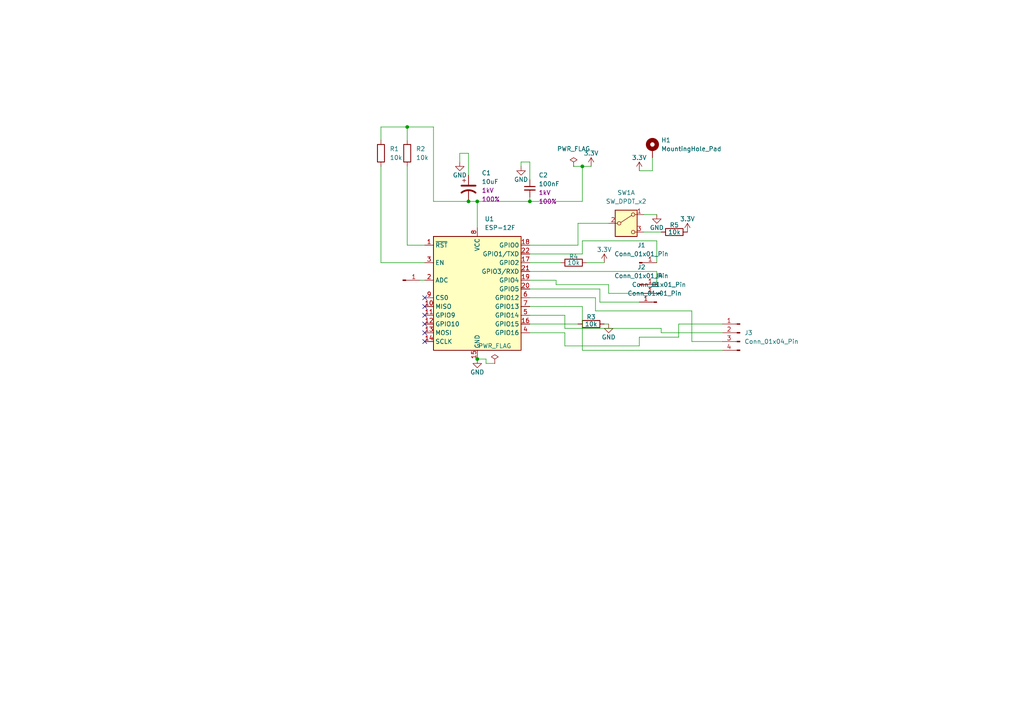
<source format=kicad_sch>
(kicad_sch
	(version 20250114)
	(generator "eeschema")
	(generator_version "9.0")
	(uuid "75487d00-b82d-4ea3-b88c-830cf04e3add")
	(paper "A4")
	(lib_symbols
		(symbol "Connector:Conn_01x01_Pin"
			(pin_names
				(offset 1.016)
				(hide yes)
			)
			(exclude_from_sim no)
			(in_bom yes)
			(on_board yes)
			(property "Reference" "J"
				(at 0 2.54 0)
				(effects
					(font
						(size 1.27 1.27)
					)
				)
			)
			(property "Value" "Conn_01x01_Pin"
				(at 0 -2.54 0)
				(effects
					(font
						(size 1.27 1.27)
					)
				)
			)
			(property "Footprint" ""
				(at 0 0 0)
				(effects
					(font
						(size 1.27 1.27)
					)
					(hide yes)
				)
			)
			(property "Datasheet" "~"
				(at 0 0 0)
				(effects
					(font
						(size 1.27 1.27)
					)
					(hide yes)
				)
			)
			(property "Description" "Generic connector, single row, 01x01, script generated"
				(at 0 0 0)
				(effects
					(font
						(size 1.27 1.27)
					)
					(hide yes)
				)
			)
			(property "ki_locked" ""
				(at 0 0 0)
				(effects
					(font
						(size 1.27 1.27)
					)
				)
			)
			(property "ki_keywords" "connector"
				(at 0 0 0)
				(effects
					(font
						(size 1.27 1.27)
					)
					(hide yes)
				)
			)
			(property "ki_fp_filters" "Connector*:*_1x??_*"
				(at 0 0 0)
				(effects
					(font
						(size 1.27 1.27)
					)
					(hide yes)
				)
			)
			(symbol "Conn_01x01_Pin_1_1"
				(rectangle
					(start 0.8636 0.127)
					(end 0 -0.127)
					(stroke
						(width 0.1524)
						(type default)
					)
					(fill
						(type outline)
					)
				)
				(polyline
					(pts
						(xy 1.27 0) (xy 0.8636 0)
					)
					(stroke
						(width 0.1524)
						(type default)
					)
					(fill
						(type none)
					)
				)
				(pin passive line
					(at 5.08 0 180)
					(length 3.81)
					(name "Pin_1"
						(effects
							(font
								(size 1.27 1.27)
							)
						)
					)
					(number "1"
						(effects
							(font
								(size 1.27 1.27)
							)
						)
					)
				)
			)
			(embedded_fonts no)
		)
		(symbol "Connector:Conn_01x04_Pin"
			(pin_names
				(offset 1.016)
				(hide yes)
			)
			(exclude_from_sim no)
			(in_bom yes)
			(on_board yes)
			(property "Reference" "J"
				(at 0 5.08 0)
				(effects
					(font
						(size 1.27 1.27)
					)
				)
			)
			(property "Value" "Conn_01x04_Pin"
				(at 0 -7.62 0)
				(effects
					(font
						(size 1.27 1.27)
					)
				)
			)
			(property "Footprint" ""
				(at 0 0 0)
				(effects
					(font
						(size 1.27 1.27)
					)
					(hide yes)
				)
			)
			(property "Datasheet" "~"
				(at 0 0 0)
				(effects
					(font
						(size 1.27 1.27)
					)
					(hide yes)
				)
			)
			(property "Description" "Generic connector, single row, 01x04, script generated"
				(at 0 0 0)
				(effects
					(font
						(size 1.27 1.27)
					)
					(hide yes)
				)
			)
			(property "ki_locked" ""
				(at 0 0 0)
				(effects
					(font
						(size 1.27 1.27)
					)
				)
			)
			(property "ki_keywords" "connector"
				(at 0 0 0)
				(effects
					(font
						(size 1.27 1.27)
					)
					(hide yes)
				)
			)
			(property "ki_fp_filters" "Connector*:*_1x??_*"
				(at 0 0 0)
				(effects
					(font
						(size 1.27 1.27)
					)
					(hide yes)
				)
			)
			(symbol "Conn_01x04_Pin_1_1"
				(rectangle
					(start 0.8636 2.667)
					(end 0 2.413)
					(stroke
						(width 0.1524)
						(type default)
					)
					(fill
						(type outline)
					)
				)
				(rectangle
					(start 0.8636 0.127)
					(end 0 -0.127)
					(stroke
						(width 0.1524)
						(type default)
					)
					(fill
						(type outline)
					)
				)
				(rectangle
					(start 0.8636 -2.413)
					(end 0 -2.667)
					(stroke
						(width 0.1524)
						(type default)
					)
					(fill
						(type outline)
					)
				)
				(rectangle
					(start 0.8636 -4.953)
					(end 0 -5.207)
					(stroke
						(width 0.1524)
						(type default)
					)
					(fill
						(type outline)
					)
				)
				(polyline
					(pts
						(xy 1.27 2.54) (xy 0.8636 2.54)
					)
					(stroke
						(width 0.1524)
						(type default)
					)
					(fill
						(type none)
					)
				)
				(polyline
					(pts
						(xy 1.27 0) (xy 0.8636 0)
					)
					(stroke
						(width 0.1524)
						(type default)
					)
					(fill
						(type none)
					)
				)
				(polyline
					(pts
						(xy 1.27 -2.54) (xy 0.8636 -2.54)
					)
					(stroke
						(width 0.1524)
						(type default)
					)
					(fill
						(type none)
					)
				)
				(polyline
					(pts
						(xy 1.27 -5.08) (xy 0.8636 -5.08)
					)
					(stroke
						(width 0.1524)
						(type default)
					)
					(fill
						(type none)
					)
				)
				(pin passive line
					(at 5.08 2.54 180)
					(length 3.81)
					(name "Pin_1"
						(effects
							(font
								(size 1.27 1.27)
							)
						)
					)
					(number "1"
						(effects
							(font
								(size 1.27 1.27)
							)
						)
					)
				)
				(pin passive line
					(at 5.08 0 180)
					(length 3.81)
					(name "Pin_2"
						(effects
							(font
								(size 1.27 1.27)
							)
						)
					)
					(number "2"
						(effects
							(font
								(size 1.27 1.27)
							)
						)
					)
				)
				(pin passive line
					(at 5.08 -2.54 180)
					(length 3.81)
					(name "Pin_3"
						(effects
							(font
								(size 1.27 1.27)
							)
						)
					)
					(number "3"
						(effects
							(font
								(size 1.27 1.27)
							)
						)
					)
				)
				(pin passive line
					(at 5.08 -5.08 180)
					(length 3.81)
					(name "Pin_4"
						(effects
							(font
								(size 1.27 1.27)
							)
						)
					)
					(number "4"
						(effects
							(font
								(size 1.27 1.27)
							)
						)
					)
				)
			)
			(embedded_fonts no)
		)
		(symbol "Device:R"
			(pin_numbers
				(hide yes)
			)
			(pin_names
				(offset 0)
			)
			(exclude_from_sim no)
			(in_bom yes)
			(on_board yes)
			(property "Reference" "R"
				(at 2.032 0 90)
				(effects
					(font
						(size 1.27 1.27)
					)
				)
			)
			(property "Value" "R"
				(at 0 0 90)
				(effects
					(font
						(size 1.27 1.27)
					)
				)
			)
			(property "Footprint" ""
				(at -1.778 0 90)
				(effects
					(font
						(size 1.27 1.27)
					)
					(hide yes)
				)
			)
			(property "Datasheet" "~"
				(at 0 0 0)
				(effects
					(font
						(size 1.27 1.27)
					)
					(hide yes)
				)
			)
			(property "Description" "Resistor"
				(at 0 0 0)
				(effects
					(font
						(size 1.27 1.27)
					)
					(hide yes)
				)
			)
			(property "ki_keywords" "R res resistor"
				(at 0 0 0)
				(effects
					(font
						(size 1.27 1.27)
					)
					(hide yes)
				)
			)
			(property "ki_fp_filters" "R_*"
				(at 0 0 0)
				(effects
					(font
						(size 1.27 1.27)
					)
					(hide yes)
				)
			)
			(symbol "R_0_1"
				(rectangle
					(start -1.016 -2.54)
					(end 1.016 2.54)
					(stroke
						(width 0.254)
						(type default)
					)
					(fill
						(type none)
					)
				)
			)
			(symbol "R_1_1"
				(pin passive line
					(at 0 3.81 270)
					(length 1.27)
					(name "~"
						(effects
							(font
								(size 1.27 1.27)
							)
						)
					)
					(number "1"
						(effects
							(font
								(size 1.27 1.27)
							)
						)
					)
				)
				(pin passive line
					(at 0 -3.81 90)
					(length 1.27)
					(name "~"
						(effects
							(font
								(size 1.27 1.27)
							)
						)
					)
					(number "2"
						(effects
							(font
								(size 1.27 1.27)
							)
						)
					)
				)
			)
			(embedded_fonts no)
		)
		(symbol "Mechanical:MountingHole_Pad"
			(pin_numbers
				(hide yes)
			)
			(pin_names
				(offset 1.016)
				(hide yes)
			)
			(exclude_from_sim no)
			(in_bom no)
			(on_board yes)
			(property "Reference" "H"
				(at 0 6.35 0)
				(effects
					(font
						(size 1.27 1.27)
					)
				)
			)
			(property "Value" "MountingHole_Pad"
				(at 0 4.445 0)
				(effects
					(font
						(size 1.27 1.27)
					)
				)
			)
			(property "Footprint" ""
				(at 0 0 0)
				(effects
					(font
						(size 1.27 1.27)
					)
					(hide yes)
				)
			)
			(property "Datasheet" "~"
				(at 0 0 0)
				(effects
					(font
						(size 1.27 1.27)
					)
					(hide yes)
				)
			)
			(property "Description" "Mounting Hole with connection"
				(at 0 0 0)
				(effects
					(font
						(size 1.27 1.27)
					)
					(hide yes)
				)
			)
			(property "ki_keywords" "mounting hole"
				(at 0 0 0)
				(effects
					(font
						(size 1.27 1.27)
					)
					(hide yes)
				)
			)
			(property "ki_fp_filters" "MountingHole*Pad*"
				(at 0 0 0)
				(effects
					(font
						(size 1.27 1.27)
					)
					(hide yes)
				)
			)
			(symbol "MountingHole_Pad_0_1"
				(circle
					(center 0 1.27)
					(radius 1.27)
					(stroke
						(width 1.27)
						(type default)
					)
					(fill
						(type none)
					)
				)
			)
			(symbol "MountingHole_Pad_1_1"
				(pin input line
					(at 0 -2.54 90)
					(length 2.54)
					(name "1"
						(effects
							(font
								(size 1.27 1.27)
							)
						)
					)
					(number "1"
						(effects
							(font
								(size 1.27 1.27)
							)
						)
					)
				)
			)
			(embedded_fonts no)
		)
		(symbol "PCM_SparkFun-Capacitor:C"
			(pin_numbers
				(hide yes)
			)
			(pin_names
				(offset 0.254)
			)
			(exclude_from_sim no)
			(in_bom yes)
			(on_board yes)
			(property "Reference" "C"
				(at 0.635 2.54 0)
				(effects
					(font
						(size 1.27 1.27)
					)
					(justify left)
				)
			)
			(property "Value" "C"
				(at 0.635 -2.54 0)
				(effects
					(font
						(size 1.27 1.27)
					)
					(justify left)
				)
			)
			(property "Footprint" "PCM_SparkFun-Capacitor:C_0603_1608Metric"
				(at 0.9652 -11.43 0)
				(effects
					(font
						(size 1.27 1.27)
					)
					(hide yes)
				)
			)
			(property "Datasheet" "https://cdn.sparkfun.com/assets/8/a/4/a/5/Kemet_Capacitor_Datasheet.pdf"
				(at 1.27 -16.51 0)
				(effects
					(font
						(size 1.27 1.27)
					)
					(hide yes)
				)
			)
			(property "Description" "Unpolarized capacitor"
				(at 0 -19.05 0)
				(effects
					(font
						(size 1.27 1.27)
					)
					(hide yes)
				)
			)
			(property "PROD_ID" "CAP-00000"
				(at 0 -13.97 0)
				(effects
					(font
						(size 1.27 1.27)
					)
					(hide yes)
				)
			)
			(property "Voltage" "1kV"
				(at 0 -6.35 0)
				(effects
					(font
						(size 1.27 1.27)
					)
				)
			)
			(property "Tolerance" "100%"
				(at 0 -8.89 0)
				(effects
					(font
						(size 1.27 1.27)
					)
				)
			)
			(property "ki_keywords" "SparkFun cap capacitor"
				(at 0 0 0)
				(effects
					(font
						(size 1.27 1.27)
					)
					(hide yes)
				)
			)
			(property "ki_fp_filters" "C_*"
				(at 0 0 0)
				(effects
					(font
						(size 1.27 1.27)
					)
					(hide yes)
				)
			)
			(symbol "C_0_1"
				(polyline
					(pts
						(xy -1.524 0.508) (xy 1.524 0.508)
					)
					(stroke
						(width 0.3048)
						(type default)
					)
					(fill
						(type none)
					)
				)
				(polyline
					(pts
						(xy -1.524 -0.508) (xy 1.524 -0.508)
					)
					(stroke
						(width 0.3302)
						(type default)
					)
					(fill
						(type none)
					)
				)
			)
			(symbol "C_1_1"
				(pin passive line
					(at 0 2.54 270)
					(length 2.032)
					(name "~"
						(effects
							(font
								(size 1.27 1.27)
							)
						)
					)
					(number "1"
						(effects
							(font
								(size 1.27 1.27)
							)
						)
					)
				)
				(pin passive line
					(at 0 -2.54 90)
					(length 2.032)
					(name "~"
						(effects
							(font
								(size 1.27 1.27)
							)
						)
					)
					(number "2"
						(effects
							(font
								(size 1.27 1.27)
							)
						)
					)
				)
			)
			(embedded_fonts no)
		)
		(symbol "PCM_SparkFun-Capacitor:C_Polarized"
			(pin_numbers
				(hide yes)
			)
			(pin_names
				(offset 0.254)
				(hide yes)
			)
			(exclude_from_sim no)
			(in_bom yes)
			(on_board yes)
			(property "Reference" "C"
				(at 0.635 2.54 0)
				(effects
					(font
						(size 1.27 1.27)
					)
					(justify left)
				)
			)
			(property "Value" "C_Polarized"
				(at 0.635 -2.54 0)
				(effects
					(font
						(size 1.27 1.27)
					)
					(justify left)
				)
			)
			(property "Footprint" "~"
				(at 0 -20.32 0)
				(effects
					(font
						(size 1.27 1.27)
					)
					(hide yes)
				)
			)
			(property "Datasheet" "https://cdn.sparkfun.com/assets/8/a/4/a/5/Kemet_Capacitor_Datasheet.pdf"
				(at 1.27 -15.24 0)
				(effects
					(font
						(size 1.27 1.27)
					)
					(hide yes)
				)
			)
			(property "Description" "Polarized capacitor, US symbol"
				(at 0 -17.78 0)
				(effects
					(font
						(size 1.27 1.27)
					)
					(hide yes)
				)
			)
			(property "PROD_ID" "CAP-00000"
				(at 0 -12.7 0)
				(effects
					(font
						(size 1.27 1.27)
					)
					(hide yes)
				)
			)
			(property "Voltage" "1kV"
				(at 0 -7.62 0)
				(effects
					(font
						(size 1.27 1.27)
					)
				)
			)
			(property "Tolerance" "100%"
				(at 0 -10.16 0)
				(effects
					(font
						(size 1.27 1.27)
					)
				)
			)
			(property "ki_keywords" "SparkFun cap capacitor"
				(at 0 0 0)
				(effects
					(font
						(size 1.27 1.27)
					)
					(hide yes)
				)
			)
			(property "ki_fp_filters" "CP_*"
				(at 0 0 0)
				(effects
					(font
						(size 1.27 1.27)
					)
					(hide yes)
				)
			)
			(symbol "C_Polarized_0_1"
				(polyline
					(pts
						(xy -2.032 0.762) (xy 2.032 0.762)
					)
					(stroke
						(width 0.508)
						(type default)
					)
					(fill
						(type none)
					)
				)
				(polyline
					(pts
						(xy -1.778 2.286) (xy -0.762 2.286)
					)
					(stroke
						(width 0)
						(type default)
					)
					(fill
						(type none)
					)
				)
				(polyline
					(pts
						(xy -1.27 1.778) (xy -1.27 2.794)
					)
					(stroke
						(width 0)
						(type default)
					)
					(fill
						(type none)
					)
				)
				(arc
					(start -2.032 -1.27)
					(mid 0 -0.5572)
					(end 2.032 -1.27)
					(stroke
						(width 0.508)
						(type default)
					)
					(fill
						(type none)
					)
				)
			)
			(symbol "C_Polarized_1_1"
				(pin passive line
					(at 0 3.81 270)
					(length 2.794)
					(name "~"
						(effects
							(font
								(size 1.27 1.27)
							)
						)
					)
					(number "1"
						(effects
							(font
								(size 1.27 1.27)
							)
						)
					)
				)
				(pin passive line
					(at 0 -3.81 90)
					(length 3.302)
					(name "~"
						(effects
							(font
								(size 1.27 1.27)
							)
						)
					)
					(number "2"
						(effects
							(font
								(size 1.27 1.27)
							)
						)
					)
				)
			)
			(embedded_fonts no)
		)
		(symbol "PCM_SparkFun-PowerSymbol:3.3V"
			(power)
			(pin_names
				(offset 0)
			)
			(exclude_from_sim no)
			(in_bom yes)
			(on_board yes)
			(property "Reference" "#PWR"
				(at 0 -3.81 0)
				(effects
					(font
						(size 1.27 1.27)
					)
					(hide yes)
				)
			)
			(property "Value" "3.3V"
				(at 0 3.81 0)
				(do_not_autoplace)
				(effects
					(font
						(size 1.27 1.27)
					)
				)
			)
			(property "Footprint" ""
				(at 0 0 0)
				(effects
					(font
						(size 1.27 1.27)
					)
					(hide yes)
				)
			)
			(property "Datasheet" ""
				(at 0 0 0)
				(effects
					(font
						(size 1.27 1.27)
					)
					(hide yes)
				)
			)
			(property "Description" "Power symbol creates a global label with name \"3.3V\""
				(at 0 -6.35 0)
				(effects
					(font
						(size 1.27 1.27)
					)
					(hide yes)
				)
			)
			(property "ki_keywords" "SparkFun global power"
				(at 0 0 0)
				(effects
					(font
						(size 1.27 1.27)
					)
					(hide yes)
				)
			)
			(symbol "3.3V_0_1"
				(polyline
					(pts
						(xy -0.762 1.27) (xy 0 2.54)
					)
					(stroke
						(width 0)
						(type default)
					)
					(fill
						(type none)
					)
				)
				(polyline
					(pts
						(xy 0 2.54) (xy 0.762 1.27)
					)
					(stroke
						(width 0)
						(type default)
					)
					(fill
						(type none)
					)
				)
				(polyline
					(pts
						(xy 0 0) (xy 0 2.54)
					)
					(stroke
						(width 0)
						(type default)
					)
					(fill
						(type none)
					)
				)
			)
			(symbol "3.3V_1_1"
				(pin power_in line
					(at 0 0 90)
					(length 0)
					(hide yes)
					(name "3.3V"
						(effects
							(font
								(size 1.27 1.27)
							)
						)
					)
					(number "1"
						(effects
							(font
								(size 1.27 1.27)
							)
						)
					)
				)
			)
			(embedded_fonts no)
		)
		(symbol "PCM_SparkFun-PowerSymbol:GND"
			(power)
			(pin_names
				(offset 0)
			)
			(exclude_from_sim no)
			(in_bom yes)
			(on_board yes)
			(property "Reference" "#PWR"
				(at 0 -6.35 0)
				(effects
					(font
						(size 1.27 1.27)
					)
					(hide yes)
				)
			)
			(property "Value" "GND"
				(at 0 -3.81 0)
				(do_not_autoplace)
				(effects
					(font
						(size 1.27 1.27)
					)
				)
			)
			(property "Footprint" ""
				(at 0 0 0)
				(effects
					(font
						(size 1.27 1.27)
					)
					(hide yes)
				)
			)
			(property "Datasheet" ""
				(at 0 0 0)
				(effects
					(font
						(size 1.27 1.27)
					)
					(hide yes)
				)
			)
			(property "Description" "Power symbol creates a global label with name \"GND\" , ground"
				(at 0 -8.89 0)
				(effects
					(font
						(size 1.27 1.27)
					)
					(hide yes)
				)
			)
			(property "ki_keywords" "SparkFun global power"
				(at 0 0 0)
				(effects
					(font
						(size 1.27 1.27)
					)
					(hide yes)
				)
			)
			(symbol "GND_0_1"
				(polyline
					(pts
						(xy 0 0) (xy 0 -1.27) (xy 1.27 -1.27) (xy 0 -2.54) (xy -1.27 -1.27) (xy 0 -1.27)
					)
					(stroke
						(width 0)
						(type default)
					)
					(fill
						(type none)
					)
				)
			)
			(symbol "GND_1_1"
				(pin power_in line
					(at 0 0 270)
					(length 0)
					(hide yes)
					(name "GND"
						(effects
							(font
								(size 1.27 1.27)
							)
						)
					)
					(number "1"
						(effects
							(font
								(size 1.27 1.27)
							)
						)
					)
				)
			)
			(embedded_fonts no)
		)
		(symbol "RF_Module:ESP-12F"
			(exclude_from_sim no)
			(in_bom yes)
			(on_board yes)
			(property "Reference" "U"
				(at -12.7 19.05 0)
				(effects
					(font
						(size 1.27 1.27)
					)
					(justify left)
				)
			)
			(property "Value" "ESP-12F"
				(at 12.7 19.05 0)
				(effects
					(font
						(size 1.27 1.27)
					)
					(justify right)
				)
			)
			(property "Footprint" "RF_Module:ESP-12E"
				(at 0 0 0)
				(effects
					(font
						(size 1.27 1.27)
					)
					(hide yes)
				)
			)
			(property "Datasheet" "http://wiki.ai-thinker.com/_media/esp8266/esp8266_series_modules_user_manual_v1.1.pdf"
				(at -8.89 2.54 0)
				(effects
					(font
						(size 1.27 1.27)
					)
					(hide yes)
				)
			)
			(property "Description" "802.11 b/g/n Wi-Fi Module"
				(at 0 0 0)
				(effects
					(font
						(size 1.27 1.27)
					)
					(hide yes)
				)
			)
			(property "ki_keywords" "802.11 Wi-Fi"
				(at 0 0 0)
				(effects
					(font
						(size 1.27 1.27)
					)
					(hide yes)
				)
			)
			(property "ki_fp_filters" "ESP?12*"
				(at 0 0 0)
				(effects
					(font
						(size 1.27 1.27)
					)
					(hide yes)
				)
			)
			(symbol "ESP-12F_0_1"
				(rectangle
					(start -12.7 17.78)
					(end 12.7 -15.24)
					(stroke
						(width 0.254)
						(type default)
					)
					(fill
						(type background)
					)
				)
			)
			(symbol "ESP-12F_1_1"
				(pin input line
					(at -15.24 15.24 0)
					(length 2.54)
					(name "~{RST}"
						(effects
							(font
								(size 1.27 1.27)
							)
						)
					)
					(number "1"
						(effects
							(font
								(size 1.27 1.27)
							)
						)
					)
				)
				(pin input line
					(at -15.24 10.16 0)
					(length 2.54)
					(name "EN"
						(effects
							(font
								(size 1.27 1.27)
							)
						)
					)
					(number "3"
						(effects
							(font
								(size 1.27 1.27)
							)
						)
					)
				)
				(pin input line
					(at -15.24 5.08 0)
					(length 2.54)
					(name "ADC"
						(effects
							(font
								(size 1.27 1.27)
							)
						)
					)
					(number "2"
						(effects
							(font
								(size 1.27 1.27)
							)
						)
					)
				)
				(pin input line
					(at -15.24 0 0)
					(length 2.54)
					(name "CS0"
						(effects
							(font
								(size 1.27 1.27)
							)
						)
					)
					(number "9"
						(effects
							(font
								(size 1.27 1.27)
							)
						)
					)
				)
				(pin bidirectional line
					(at -15.24 -2.54 0)
					(length 2.54)
					(name "MISO"
						(effects
							(font
								(size 1.27 1.27)
							)
						)
					)
					(number "10"
						(effects
							(font
								(size 1.27 1.27)
							)
						)
					)
				)
				(pin bidirectional line
					(at -15.24 -5.08 0)
					(length 2.54)
					(name "GPIO9"
						(effects
							(font
								(size 1.27 1.27)
							)
						)
					)
					(number "11"
						(effects
							(font
								(size 1.27 1.27)
							)
						)
					)
				)
				(pin bidirectional line
					(at -15.24 -7.62 0)
					(length 2.54)
					(name "GPIO10"
						(effects
							(font
								(size 1.27 1.27)
							)
						)
					)
					(number "12"
						(effects
							(font
								(size 1.27 1.27)
							)
						)
					)
				)
				(pin bidirectional line
					(at -15.24 -10.16 0)
					(length 2.54)
					(name "MOSI"
						(effects
							(font
								(size 1.27 1.27)
							)
						)
					)
					(number "13"
						(effects
							(font
								(size 1.27 1.27)
							)
						)
					)
				)
				(pin bidirectional line
					(at -15.24 -12.7 0)
					(length 2.54)
					(name "SCLK"
						(effects
							(font
								(size 1.27 1.27)
							)
						)
					)
					(number "14"
						(effects
							(font
								(size 1.27 1.27)
							)
						)
					)
				)
				(pin power_in line
					(at 0 20.32 270)
					(length 2.54)
					(name "VCC"
						(effects
							(font
								(size 1.27 1.27)
							)
						)
					)
					(number "8"
						(effects
							(font
								(size 1.27 1.27)
							)
						)
					)
				)
				(pin power_in line
					(at 0 -17.78 90)
					(length 2.54)
					(name "GND"
						(effects
							(font
								(size 1.27 1.27)
							)
						)
					)
					(number "15"
						(effects
							(font
								(size 1.27 1.27)
							)
						)
					)
				)
				(pin bidirectional line
					(at 15.24 15.24 180)
					(length 2.54)
					(name "GPIO0"
						(effects
							(font
								(size 1.27 1.27)
							)
						)
					)
					(number "18"
						(effects
							(font
								(size 1.27 1.27)
							)
						)
					)
				)
				(pin bidirectional line
					(at 15.24 12.7 180)
					(length 2.54)
					(name "GPIO1/TXD"
						(effects
							(font
								(size 1.27 1.27)
							)
						)
					)
					(number "22"
						(effects
							(font
								(size 1.27 1.27)
							)
						)
					)
				)
				(pin bidirectional line
					(at 15.24 10.16 180)
					(length 2.54)
					(name "GPIO2"
						(effects
							(font
								(size 1.27 1.27)
							)
						)
					)
					(number "17"
						(effects
							(font
								(size 1.27 1.27)
							)
						)
					)
				)
				(pin bidirectional line
					(at 15.24 7.62 180)
					(length 2.54)
					(name "GPIO3/RXD"
						(effects
							(font
								(size 1.27 1.27)
							)
						)
					)
					(number "21"
						(effects
							(font
								(size 1.27 1.27)
							)
						)
					)
				)
				(pin bidirectional line
					(at 15.24 5.08 180)
					(length 2.54)
					(name "GPIO4"
						(effects
							(font
								(size 1.27 1.27)
							)
						)
					)
					(number "19"
						(effects
							(font
								(size 1.27 1.27)
							)
						)
					)
				)
				(pin bidirectional line
					(at 15.24 2.54 180)
					(length 2.54)
					(name "GPIO5"
						(effects
							(font
								(size 1.27 1.27)
							)
						)
					)
					(number "20"
						(effects
							(font
								(size 1.27 1.27)
							)
						)
					)
				)
				(pin bidirectional line
					(at 15.24 0 180)
					(length 2.54)
					(name "GPIO12"
						(effects
							(font
								(size 1.27 1.27)
							)
						)
					)
					(number "6"
						(effects
							(font
								(size 1.27 1.27)
							)
						)
					)
				)
				(pin bidirectional line
					(at 15.24 -2.54 180)
					(length 2.54)
					(name "GPIO13"
						(effects
							(font
								(size 1.27 1.27)
							)
						)
					)
					(number "7"
						(effects
							(font
								(size 1.27 1.27)
							)
						)
					)
				)
				(pin bidirectional line
					(at 15.24 -5.08 180)
					(length 2.54)
					(name "GPIO14"
						(effects
							(font
								(size 1.27 1.27)
							)
						)
					)
					(number "5"
						(effects
							(font
								(size 1.27 1.27)
							)
						)
					)
				)
				(pin bidirectional line
					(at 15.24 -7.62 180)
					(length 2.54)
					(name "GPIO15"
						(effects
							(font
								(size 1.27 1.27)
							)
						)
					)
					(number "16"
						(effects
							(font
								(size 1.27 1.27)
							)
						)
					)
				)
				(pin bidirectional line
					(at 15.24 -10.16 180)
					(length 2.54)
					(name "GPIO16"
						(effects
							(font
								(size 1.27 1.27)
							)
						)
					)
					(number "4"
						(effects
							(font
								(size 1.27 1.27)
							)
						)
					)
				)
			)
			(embedded_fonts no)
		)
		(symbol "Switch:SW_DPDT_x2"
			(pin_names
				(offset 0)
				(hide yes)
			)
			(exclude_from_sim no)
			(in_bom yes)
			(on_board yes)
			(property "Reference" "SW"
				(at 0 5.08 0)
				(effects
					(font
						(size 1.27 1.27)
					)
				)
			)
			(property "Value" "SW_DPDT_x2"
				(at 0 -5.08 0)
				(effects
					(font
						(size 1.27 1.27)
					)
				)
			)
			(property "Footprint" ""
				(at 0 0 0)
				(effects
					(font
						(size 1.27 1.27)
					)
					(hide yes)
				)
			)
			(property "Datasheet" "~"
				(at 0 0 0)
				(effects
					(font
						(size 1.27 1.27)
					)
					(hide yes)
				)
			)
			(property "Description" "Switch, dual pole double throw, separate symbols"
				(at 0 0 0)
				(effects
					(font
						(size 1.27 1.27)
					)
					(hide yes)
				)
			)
			(property "ki_keywords" "switch dual-pole double-throw DPDT spdt ON-ON"
				(at 0 0 0)
				(effects
					(font
						(size 1.27 1.27)
					)
					(hide yes)
				)
			)
			(property "ki_fp_filters" "SW*DPDT*"
				(at 0 0 0)
				(effects
					(font
						(size 1.27 1.27)
					)
					(hide yes)
				)
			)
			(symbol "SW_DPDT_x2_0_0"
				(circle
					(center -2.032 0)
					(radius 0.508)
					(stroke
						(width 0)
						(type default)
					)
					(fill
						(type none)
					)
				)
				(circle
					(center 2.032 -2.54)
					(radius 0.508)
					(stroke
						(width 0)
						(type default)
					)
					(fill
						(type none)
					)
				)
			)
			(symbol "SW_DPDT_x2_0_1"
				(rectangle
					(start -3.175 3.81)
					(end 3.175 -3.81)
					(stroke
						(width 0.254)
						(type default)
					)
					(fill
						(type background)
					)
				)
				(polyline
					(pts
						(xy -1.524 0.254) (xy 1.5748 2.286)
					)
					(stroke
						(width 0)
						(type default)
					)
					(fill
						(type none)
					)
				)
				(circle
					(center 2.032 2.54)
					(radius 0.508)
					(stroke
						(width 0)
						(type default)
					)
					(fill
						(type none)
					)
				)
			)
			(symbol "SW_DPDT_x2_1_1"
				(pin passive line
					(at -5.08 0 0)
					(length 2.54)
					(name "B"
						(effects
							(font
								(size 1.27 1.27)
							)
						)
					)
					(number "2"
						(effects
							(font
								(size 1.27 1.27)
							)
						)
					)
				)
				(pin passive line
					(at 5.08 2.54 180)
					(length 2.54)
					(name "A"
						(effects
							(font
								(size 1.27 1.27)
							)
						)
					)
					(number "1"
						(effects
							(font
								(size 1.27 1.27)
							)
						)
					)
				)
				(pin passive line
					(at 5.08 -2.54 180)
					(length 2.54)
					(name "C"
						(effects
							(font
								(size 1.27 1.27)
							)
						)
					)
					(number "3"
						(effects
							(font
								(size 1.27 1.27)
							)
						)
					)
				)
			)
			(symbol "SW_DPDT_x2_2_1"
				(pin passive line
					(at -5.08 0 0)
					(length 2.54)
					(name "B"
						(effects
							(font
								(size 1.27 1.27)
							)
						)
					)
					(number "5"
						(effects
							(font
								(size 1.27 1.27)
							)
						)
					)
				)
				(pin passive line
					(at 5.08 2.54 180)
					(length 2.54)
					(name "A"
						(effects
							(font
								(size 1.27 1.27)
							)
						)
					)
					(number "4"
						(effects
							(font
								(size 1.27 1.27)
							)
						)
					)
				)
				(pin passive line
					(at 5.08 -2.54 180)
					(length 2.54)
					(name "C"
						(effects
							(font
								(size 1.27 1.27)
							)
						)
					)
					(number "6"
						(effects
							(font
								(size 1.27 1.27)
							)
						)
					)
				)
			)
			(embedded_fonts no)
		)
		(symbol "power:PWR_FLAG"
			(power)
			(pin_numbers
				(hide yes)
			)
			(pin_names
				(offset 0)
				(hide yes)
			)
			(exclude_from_sim no)
			(in_bom yes)
			(on_board yes)
			(property "Reference" "#FLG"
				(at 0 1.905 0)
				(effects
					(font
						(size 1.27 1.27)
					)
					(hide yes)
				)
			)
			(property "Value" "PWR_FLAG"
				(at 0 3.81 0)
				(effects
					(font
						(size 1.27 1.27)
					)
				)
			)
			(property "Footprint" ""
				(at 0 0 0)
				(effects
					(font
						(size 1.27 1.27)
					)
					(hide yes)
				)
			)
			(property "Datasheet" "~"
				(at 0 0 0)
				(effects
					(font
						(size 1.27 1.27)
					)
					(hide yes)
				)
			)
			(property "Description" "Special symbol for telling ERC where power comes from"
				(at 0 0 0)
				(effects
					(font
						(size 1.27 1.27)
					)
					(hide yes)
				)
			)
			(property "ki_keywords" "flag power"
				(at 0 0 0)
				(effects
					(font
						(size 1.27 1.27)
					)
					(hide yes)
				)
			)
			(symbol "PWR_FLAG_0_0"
				(pin power_out line
					(at 0 0 90)
					(length 0)
					(name "~"
						(effects
							(font
								(size 1.27 1.27)
							)
						)
					)
					(number "1"
						(effects
							(font
								(size 1.27 1.27)
							)
						)
					)
				)
			)
			(symbol "PWR_FLAG_0_1"
				(polyline
					(pts
						(xy 0 0) (xy 0 1.27) (xy -1.016 1.905) (xy 0 2.54) (xy 1.016 1.905) (xy 0 1.27)
					)
					(stroke
						(width 0)
						(type default)
					)
					(fill
						(type none)
					)
				)
			)
			(embedded_fonts no)
		)
	)
	(junction
		(at 135.89 58.42)
		(diameter 0)
		(color 0 0 0 0)
		(uuid "275b29f0-d0bd-4678-96a6-c7aadd99eb13")
	)
	(junction
		(at 153.67 58.42)
		(diameter 0)
		(color 0 0 0 0)
		(uuid "2f4ddebb-6ecf-452b-b526-ffb4494cbb90")
	)
	(junction
		(at 138.43 104.14)
		(diameter 0)
		(color 0 0 0 0)
		(uuid "515ff622-30c1-4bed-aca4-0ee905ea050f")
	)
	(junction
		(at 168.91 48.26)
		(diameter 0)
		(color 0 0 0 0)
		(uuid "7ae2e930-5a32-46de-b370-fc3304564de8")
	)
	(junction
		(at 118.11 36.83)
		(diameter 0)
		(color 0 0 0 0)
		(uuid "988f9f63-84c3-477e-95d4-fd0e5e5a58e8")
	)
	(junction
		(at 138.43 58.42)
		(diameter 0)
		(color 0 0 0 0)
		(uuid "bc74a368-4824-4b6e-bac9-7f35c02bbe55")
	)
	(no_connect
		(at 123.19 91.44)
		(uuid "1dd7c5c9-d9a1-42d8-a047-058ba8c951db")
	)
	(no_connect
		(at 123.19 88.9)
		(uuid "22f5e1f9-039e-47f4-84a4-dcef1039903f")
	)
	(no_connect
		(at 123.19 99.06)
		(uuid "60a30000-60c7-434e-b106-ef1e0273517b")
	)
	(no_connect
		(at 123.19 96.52)
		(uuid "98a27aa5-2fba-46f1-bdeb-556398d85c6a")
	)
	(no_connect
		(at 123.19 86.36)
		(uuid "db8894e0-d193-472d-99bd-0a270374c073")
	)
	(no_connect
		(at 123.19 93.98)
		(uuid "e183d9da-87c1-4e15-b7a7-8e712e2eed90")
	)
	(wire
		(pts
			(xy 168.91 101.6) (xy 209.55 101.6)
		)
		(stroke
			(width 0)
			(type default)
		)
		(uuid "0430e0b3-f455-4ec9-b639-0996d7290ac8")
	)
	(wire
		(pts
			(xy 153.67 58.42) (xy 153.67 57.15)
		)
		(stroke
			(width 0)
			(type default)
		)
		(uuid "0553cde3-0452-4581-9958-04d79dab5794")
	)
	(wire
		(pts
			(xy 168.91 73.66) (xy 153.67 73.66)
		)
		(stroke
			(width 0)
			(type default)
		)
		(uuid "06551711-0d3a-4b77-ba04-ca4938acb3c9")
	)
	(wire
		(pts
			(xy 110.49 36.83) (xy 110.49 40.64)
		)
		(stroke
			(width 0)
			(type default)
		)
		(uuid "06b6057e-eaac-44fb-b763-aeec8ada47be")
	)
	(wire
		(pts
			(xy 190.5 76.2) (xy 190.5 69.85)
		)
		(stroke
			(width 0)
			(type default)
		)
		(uuid "073cacc2-3517-4221-b941-c29c5266d0f4")
	)
	(wire
		(pts
			(xy 138.43 58.42) (xy 153.67 58.42)
		)
		(stroke
			(width 0)
			(type default)
		)
		(uuid "079baea6-c7aa-4198-ad6e-0101df2f3ac9")
	)
	(wire
		(pts
			(xy 153.67 96.52) (xy 163.83 96.52)
		)
		(stroke
			(width 0)
			(type default)
		)
		(uuid "07c9cefb-d244-4b17-815a-9a0f44a8b671")
	)
	(wire
		(pts
			(xy 176.53 85.09) (xy 186.69 85.09)
		)
		(stroke
			(width 0)
			(type default)
		)
		(uuid "1094f458-eaff-453d-85b2-a07b6699a7c6")
	)
	(wire
		(pts
			(xy 153.67 83.82) (xy 173.99 83.82)
		)
		(stroke
			(width 0)
			(type default)
		)
		(uuid "19376015-247d-4fb8-bfcd-9f093c89f939")
	)
	(wire
		(pts
			(xy 153.67 58.42) (xy 168.91 58.42)
		)
		(stroke
			(width 0)
			(type default)
		)
		(uuid "1acaf61e-f0f0-4ee0-a082-9a1ad93adfe9")
	)
	(wire
		(pts
			(xy 168.91 58.42) (xy 168.91 48.26)
		)
		(stroke
			(width 0)
			(type default)
		)
		(uuid "1b06b327-610d-4b53-b013-e86f954b217f")
	)
	(wire
		(pts
			(xy 110.49 48.26) (xy 110.49 76.2)
		)
		(stroke
			(width 0)
			(type default)
		)
		(uuid "1b721599-d11f-4fe7-bfb7-eddad327ee67")
	)
	(wire
		(pts
			(xy 153.67 78.74) (xy 190.5 78.74)
		)
		(stroke
			(width 0)
			(type default)
		)
		(uuid "1c70710d-9de6-4f11-a00e-a0f9cb119d60")
	)
	(wire
		(pts
			(xy 176.53 93.98) (xy 175.26 93.98)
		)
		(stroke
			(width 0)
			(type default)
		)
		(uuid "25976dfc-700f-497d-8154-f1b79c794758")
	)
	(wire
		(pts
			(xy 172.72 90.17) (xy 172.72 86.36)
		)
		(stroke
			(width 0)
			(type default)
		)
		(uuid "26643d5d-a0d3-4eae-a751-fcf9eaffd06a")
	)
	(wire
		(pts
			(xy 191.77 96.52) (xy 209.55 96.52)
		)
		(stroke
			(width 0)
			(type default)
		)
		(uuid "26678964-a8b3-4919-9d32-b6dd977db16f")
	)
	(wire
		(pts
			(xy 173.99 87.63) (xy 185.42 87.63)
		)
		(stroke
			(width 0)
			(type default)
		)
		(uuid "28235c8f-8b16-4054-a199-d9c2d2a318ac")
	)
	(wire
		(pts
			(xy 167.64 64.77) (xy 176.53 64.77)
		)
		(stroke
			(width 0)
			(type default)
		)
		(uuid "28a79112-8fab-43e8-9697-d5b341a96f4a")
	)
	(wire
		(pts
			(xy 170.18 76.2) (xy 175.26 76.2)
		)
		(stroke
			(width 0)
			(type default)
		)
		(uuid "2cf44fc8-6717-47d4-b973-18f4f4a5c567")
	)
	(wire
		(pts
			(xy 153.67 93.98) (xy 167.64 93.98)
		)
		(stroke
			(width 0)
			(type default)
		)
		(uuid "2daeb25c-d05b-43ff-82f9-6ab6ea7827de")
	)
	(wire
		(pts
			(xy 196.85 97.79) (xy 196.85 93.98)
		)
		(stroke
			(width 0)
			(type default)
		)
		(uuid "2eae3366-68c0-40ee-b819-f79b712f9f58")
	)
	(wire
		(pts
			(xy 161.29 82.55) (xy 161.29 81.28)
		)
		(stroke
			(width 0)
			(type default)
		)
		(uuid "327b393c-5e26-41c5-a0b8-f0a42d2166e7")
	)
	(wire
		(pts
			(xy 118.11 71.12) (xy 118.11 48.26)
		)
		(stroke
			(width 0)
			(type default)
		)
		(uuid "3c312b89-b89e-4145-a09b-f104b512764a")
	)
	(wire
		(pts
			(xy 135.89 58.42) (xy 138.43 58.42)
		)
		(stroke
			(width 0)
			(type default)
		)
		(uuid "3cf33090-43f8-4de5-abd9-db9e9866fc94")
	)
	(wire
		(pts
			(xy 161.29 82.55) (xy 176.53 82.55)
		)
		(stroke
			(width 0)
			(type default)
		)
		(uuid "3d303935-d78a-4c97-aa0d-c50fc5fbdd61")
	)
	(wire
		(pts
			(xy 153.67 52.07) (xy 153.67 46.99)
		)
		(stroke
			(width 0)
			(type default)
		)
		(uuid "41eda817-21e6-4bf4-b0e0-32859496fe91")
	)
	(wire
		(pts
			(xy 140.97 104.14) (xy 140.97 105.41)
		)
		(stroke
			(width 0)
			(type default)
		)
		(uuid "47b6197f-7bb7-45f8-accc-4cf346137d8c")
	)
	(wire
		(pts
			(xy 153.67 46.99) (xy 151.13 46.99)
		)
		(stroke
			(width 0)
			(type default)
		)
		(uuid "4d7d4fa6-f4c7-41e2-b6ae-f2ec1d7a6558")
	)
	(wire
		(pts
			(xy 138.43 104.14) (xy 140.97 104.14)
		)
		(stroke
			(width 0)
			(type default)
		)
		(uuid "52b66a05-9b7e-4d00-9d04-8b595604d3df")
	)
	(wire
		(pts
			(xy 153.67 76.2) (xy 162.56 76.2)
		)
		(stroke
			(width 0)
			(type default)
		)
		(uuid "59b0d4ca-3cfc-4f48-a80f-44ccc77441b8")
	)
	(wire
		(pts
			(xy 196.85 93.98) (xy 209.55 93.98)
		)
		(stroke
			(width 0)
			(type default)
		)
		(uuid "5aff319d-c18b-48d3-9522-979b096150d4")
	)
	(wire
		(pts
			(xy 163.83 95.25) (xy 191.77 95.25)
		)
		(stroke
			(width 0)
			(type default)
		)
		(uuid "5e8d99ed-f568-4307-a0f7-fad700e2a2bf")
	)
	(wire
		(pts
			(xy 185.42 97.79) (xy 185.42 100.33)
		)
		(stroke
			(width 0)
			(type default)
		)
		(uuid "61188544-ac65-4466-b26d-59da813e298b")
	)
	(wire
		(pts
			(xy 151.13 46.99) (xy 151.13 48.26)
		)
		(stroke
			(width 0)
			(type default)
		)
		(uuid "616f8005-33f3-47ee-b110-fb97c7968e87")
	)
	(wire
		(pts
			(xy 168.91 69.85) (xy 190.5 69.85)
		)
		(stroke
			(width 0)
			(type default)
		)
		(uuid "62a2598b-e14a-4fd7-90ac-2a81f3650d1c")
	)
	(wire
		(pts
			(xy 125.73 58.42) (xy 135.89 58.42)
		)
		(stroke
			(width 0)
			(type default)
		)
		(uuid "690eb4cc-74c7-4c15-9edc-60d8d897eca1")
	)
	(wire
		(pts
			(xy 189.23 45.72) (xy 189.23 49.53)
		)
		(stroke
			(width 0)
			(type default)
		)
		(uuid "72ccbf21-cace-4310-96f8-04608f1baacc")
	)
	(wire
		(pts
			(xy 166.37 48.26) (xy 168.91 48.26)
		)
		(stroke
			(width 0)
			(type default)
		)
		(uuid "7464c692-8cf0-44f0-b4e5-15e727dd87f1")
	)
	(wire
		(pts
			(xy 168.91 69.85) (xy 168.91 73.66)
		)
		(stroke
			(width 0)
			(type default)
		)
		(uuid "760431ee-23ac-4e98-bbe0-50f560f71c13")
	)
	(wire
		(pts
			(xy 163.83 95.25) (xy 163.83 91.44)
		)
		(stroke
			(width 0)
			(type default)
		)
		(uuid "792cb0f4-ed1f-49f8-afbe-f1d885bbebef")
	)
	(wire
		(pts
			(xy 167.64 71.12) (xy 167.64 64.77)
		)
		(stroke
			(width 0)
			(type default)
		)
		(uuid "7e88a5f6-4cca-4ab4-97fa-59661b3b2649")
	)
	(wire
		(pts
			(xy 121.92 81.28) (xy 123.19 81.28)
		)
		(stroke
			(width 0)
			(type default)
		)
		(uuid "7f4aca3d-0821-4094-ac95-1bb9f0d0990d")
	)
	(wire
		(pts
			(xy 185.42 100.33) (xy 163.83 100.33)
		)
		(stroke
			(width 0)
			(type default)
		)
		(uuid "82d18bd2-dedd-4bda-8860-db8d65e4ec2d")
	)
	(wire
		(pts
			(xy 153.67 86.36) (xy 172.72 86.36)
		)
		(stroke
			(width 0)
			(type default)
		)
		(uuid "8337466b-6e05-4e99-a2f0-fa30df56491f")
	)
	(wire
		(pts
			(xy 110.49 76.2) (xy 123.19 76.2)
		)
		(stroke
			(width 0)
			(type default)
		)
		(uuid "83df2e44-515b-4b53-ad46-d9240c864d99")
	)
	(wire
		(pts
			(xy 138.43 66.04) (xy 138.43 58.42)
		)
		(stroke
			(width 0)
			(type default)
		)
		(uuid "853582b7-641f-47ff-9401-2cd212c224e5")
	)
	(wire
		(pts
			(xy 185.42 97.79) (xy 196.85 97.79)
		)
		(stroke
			(width 0)
			(type default)
		)
		(uuid "85c2d3bb-fabf-43f7-9c06-8db63e4414d7")
	)
	(wire
		(pts
			(xy 118.11 36.83) (xy 118.11 40.64)
		)
		(stroke
			(width 0)
			(type default)
		)
		(uuid "87cbbeee-43b4-4fe2-b59f-16cb2ca5ceb4")
	)
	(wire
		(pts
			(xy 140.97 105.41) (xy 143.51 105.41)
		)
		(stroke
			(width 0)
			(type default)
		)
		(uuid "9e0b25d8-bf26-4c56-97a9-ad74172e2462")
	)
	(wire
		(pts
			(xy 168.91 48.26) (xy 171.45 48.26)
		)
		(stroke
			(width 0)
			(type default)
		)
		(uuid "a95a38b9-935e-4ea6-8bb7-6d72cc2c43d2")
	)
	(wire
		(pts
			(xy 133.35 44.45) (xy 133.35 46.99)
		)
		(stroke
			(width 0)
			(type default)
		)
		(uuid "aeb6a529-826c-428f-86f8-e839beea5563")
	)
	(wire
		(pts
			(xy 153.67 88.9) (xy 168.91 88.9)
		)
		(stroke
			(width 0)
			(type default)
		)
		(uuid "afa55d0f-3bbe-4e27-bf3f-b4b8b842a612")
	)
	(wire
		(pts
			(xy 125.73 58.42) (xy 125.73 36.83)
		)
		(stroke
			(width 0)
			(type default)
		)
		(uuid "b0b7d4e5-aa51-47fb-8205-50732e01c6eb")
	)
	(wire
		(pts
			(xy 176.53 82.55) (xy 176.53 85.09)
		)
		(stroke
			(width 0)
			(type default)
		)
		(uuid "b1f8fdbd-f875-4663-b83f-d27bf81e0a59")
	)
	(wire
		(pts
			(xy 173.99 83.82) (xy 173.99 87.63)
		)
		(stroke
			(width 0)
			(type default)
		)
		(uuid "bae5406a-ce0f-4588-9333-a31aca0fe8a2")
	)
	(wire
		(pts
			(xy 200.66 90.17) (xy 200.66 99.06)
		)
		(stroke
			(width 0)
			(type default)
		)
		(uuid "bcf2c8b0-e0d8-401c-871a-99cd59a8c64b")
	)
	(wire
		(pts
			(xy 190.5 78.74) (xy 190.5 82.55)
		)
		(stroke
			(width 0)
			(type default)
		)
		(uuid "bd5227b0-9dae-4d82-92c7-5a8a14d8b189")
	)
	(wire
		(pts
			(xy 172.72 90.17) (xy 200.66 90.17)
		)
		(stroke
			(width 0)
			(type default)
		)
		(uuid "c620105e-87c9-4f89-8147-28b56949374d")
	)
	(wire
		(pts
			(xy 123.19 71.12) (xy 118.11 71.12)
		)
		(stroke
			(width 0)
			(type default)
		)
		(uuid "c7268749-d070-4630-9dbe-93f347f1445b")
	)
	(wire
		(pts
			(xy 186.69 67.31) (xy 191.77 67.31)
		)
		(stroke
			(width 0)
			(type default)
		)
		(uuid "d09d2e13-23d4-4575-be06-e449ebb94f7f")
	)
	(wire
		(pts
			(xy 189.23 49.53) (xy 185.42 49.53)
		)
		(stroke
			(width 0)
			(type default)
		)
		(uuid "d11922e7-8ddc-41f9-a3c4-a1bfe20c4c7a")
	)
	(wire
		(pts
			(xy 200.66 99.06) (xy 209.55 99.06)
		)
		(stroke
			(width 0)
			(type default)
		)
		(uuid "d443e9c2-e650-449d-9bf1-2c821a42a478")
	)
	(wire
		(pts
			(xy 153.67 81.28) (xy 161.29 81.28)
		)
		(stroke
			(width 0)
			(type default)
		)
		(uuid "df9af111-76ad-475b-8c29-29cdb03b314a")
	)
	(wire
		(pts
			(xy 153.67 71.12) (xy 167.64 71.12)
		)
		(stroke
			(width 0)
			(type default)
		)
		(uuid "e9ee7612-351c-4f6b-a10e-bca3248cfad6")
	)
	(wire
		(pts
			(xy 168.91 88.9) (xy 168.91 101.6)
		)
		(stroke
			(width 0)
			(type default)
		)
		(uuid "eafc27d3-ea45-4f27-a4cd-5315a16f1691")
	)
	(wire
		(pts
			(xy 118.11 36.83) (xy 110.49 36.83)
		)
		(stroke
			(width 0)
			(type default)
		)
		(uuid "eec14676-86f7-4de9-b540-061ac4a4fe31")
	)
	(wire
		(pts
			(xy 135.89 44.45) (xy 133.35 44.45)
		)
		(stroke
			(width 0)
			(type default)
		)
		(uuid "f41395ba-2eb7-41e6-9d0e-c35e2ce5d185")
	)
	(wire
		(pts
			(xy 163.83 100.33) (xy 163.83 96.52)
		)
		(stroke
			(width 0)
			(type default)
		)
		(uuid "f6344856-2b6b-4b3c-90bd-5167274dc9c4")
	)
	(wire
		(pts
			(xy 191.77 96.52) (xy 191.77 95.25)
		)
		(stroke
			(width 0)
			(type default)
		)
		(uuid "f8fd4087-a474-4d4b-b9ff-7e8221663a6c")
	)
	(wire
		(pts
			(xy 153.67 91.44) (xy 163.83 91.44)
		)
		(stroke
			(width 0)
			(type default)
		)
		(uuid "fa7eef1a-5b73-4f40-a6da-004031ebabc9")
	)
	(wire
		(pts
			(xy 135.89 50.8) (xy 135.89 44.45)
		)
		(stroke
			(width 0)
			(type default)
		)
		(uuid "fb9e0cf2-a0e4-4fec-9dbd-2b0cc8b93cfc")
	)
	(wire
		(pts
			(xy 125.73 36.83) (xy 118.11 36.83)
		)
		(stroke
			(width 0)
			(type default)
		)
		(uuid "fcfa3413-238e-4db5-b5d8-673462e3198f")
	)
	(wire
		(pts
			(xy 190.5 62.23) (xy 186.69 62.23)
		)
		(stroke
			(width 0)
			(type default)
		)
		(uuid "ff89da8f-d47f-434d-94cf-bd6ef021cb35")
	)
	(symbol
		(lib_id "Connector:Conn_01x01_Pin")
		(at 185.42 82.55 0)
		(unit 1)
		(exclude_from_sim no)
		(in_bom yes)
		(on_board yes)
		(dnp no)
		(fields_autoplaced yes)
		(uuid "21371d72-86eb-4f67-8589-29f7a85c6861")
		(property "Reference" "J2"
			(at 186.055 77.47 0)
			(effects
				(font
					(size 1.27 1.27)
				)
			)
		)
		(property "Value" "Conn_01x01_Pin"
			(at 186.055 80.01 0)
			(effects
				(font
					(size 1.27 1.27)
				)
			)
		)
		(property "Footprint" "Connector_PinHeader_2.54mm:PinHeader_1x01_P2.54mm_Vertical"
			(at 185.42 82.55 0)
			(effects
				(font
					(size 1.27 1.27)
				)
				(hide yes)
			)
		)
		(property "Datasheet" "~"
			(at 185.42 82.55 0)
			(effects
				(font
					(size 1.27 1.27)
				)
				(hide yes)
			)
		)
		(property "Description" "Generic connector, single row, 01x01, script generated"
			(at 185.42 82.55 0)
			(effects
				(font
					(size 1.27 1.27)
				)
				(hide yes)
			)
		)
		(pin "1"
			(uuid "9159bb82-82ac-4e13-9451-9c8d16243ae4")
		)
		(instances
			(project ""
				(path "/75487d00-b82d-4ea3-b88c-830cf04e3add"
					(reference "J2")
					(unit 1)
				)
			)
		)
	)
	(symbol
		(lib_id "RF_Module:ESP-12F")
		(at 138.43 86.36 0)
		(unit 1)
		(exclude_from_sim no)
		(in_bom yes)
		(on_board yes)
		(dnp no)
		(fields_autoplaced yes)
		(uuid "2dded309-2a7c-4fb5-b755-0a0e5bddc21f")
		(property "Reference" "U1"
			(at 140.5733 63.5 0)
			(effects
				(font
					(size 1.27 1.27)
				)
				(justify left)
			)
		)
		(property "Value" "ESP-12F"
			(at 140.5733 66.04 0)
			(effects
				(font
					(size 1.27 1.27)
				)
				(justify left)
			)
		)
		(property "Footprint" "RF_Module:ESP-12E"
			(at 138.43 86.36 0)
			(effects
				(font
					(size 1.27 1.27)
				)
				(hide yes)
			)
		)
		(property "Datasheet" "http://wiki.ai-thinker.com/_media/esp8266/esp8266_series_modules_user_manual_v1.1.pdf"
			(at 129.54 83.82 0)
			(effects
				(font
					(size 1.27 1.27)
				)
				(hide yes)
			)
		)
		(property "Description" "802.11 b/g/n Wi-Fi Module"
			(at 138.43 86.36 0)
			(effects
				(font
					(size 1.27 1.27)
				)
				(hide yes)
			)
		)
		(pin "10"
			(uuid "1a3fc4b3-db68-4a65-a171-52d9e9b8777c")
		)
		(pin "4"
			(uuid "10bfbf32-b634-4288-a2f8-62b7bf97d0c7")
		)
		(pin "11"
			(uuid "8d2fc54d-f6bf-4407-8e4e-36d79054fcd2")
		)
		(pin "15"
			(uuid "d2f9e7a8-2419-4902-ab7b-f1a35fec875e")
		)
		(pin "22"
			(uuid "7a544547-298a-43ac-ab7b-0a10dbd90d1e")
		)
		(pin "20"
			(uuid "c04f7465-0c1b-4aa7-badb-3e9209b71e6a")
		)
		(pin "3"
			(uuid "145420d9-84cb-4e66-a82b-45a4babe44af")
		)
		(pin "7"
			(uuid "1b2916c1-1289-437e-91a9-e2e67b3bf9a5")
		)
		(pin "18"
			(uuid "f56e768c-0287-4dc4-b7c2-242ef61ab69a")
		)
		(pin "9"
			(uuid "38279fbe-ff95-42f4-80c5-7e67fb856bd8")
		)
		(pin "1"
			(uuid "4b7054ce-34c6-4d85-a725-967a35a63c47")
		)
		(pin "2"
			(uuid "149f0071-4f82-41d2-a246-7fc90ff9b3c9")
		)
		(pin "17"
			(uuid "14b0e540-d61f-4c65-9a30-018da0343d05")
		)
		(pin "6"
			(uuid "23d3339a-1e96-47b6-a9cc-7d0aa916f4d9")
		)
		(pin "5"
			(uuid "5824d0fd-cd85-422d-aed1-da953def63d8")
		)
		(pin "13"
			(uuid "40138550-99ab-4438-b67d-04328776487f")
		)
		(pin "12"
			(uuid "b8980a37-b3f9-4550-b21a-1745b81e4828")
		)
		(pin "14"
			(uuid "3ef91031-9cc0-4d72-8ec5-ff59adf2284d")
		)
		(pin "8"
			(uuid "8ebf09e1-2a6f-4d2b-89c8-ec54be69bb14")
		)
		(pin "21"
			(uuid "ada0864f-2a85-4495-80ac-26464ad8197e")
		)
		(pin "19"
			(uuid "7793b8d3-cf43-4bac-abe4-cd5e2503da52")
		)
		(pin "16"
			(uuid "c4e82be1-fd08-4743-8ff9-2b6a35fb3047")
		)
		(instances
			(project ""
				(path "/75487d00-b82d-4ea3-b88c-830cf04e3add"
					(reference "U1")
					(unit 1)
				)
			)
		)
	)
	(symbol
		(lib_id "PCM_SparkFun-Capacitor:C")
		(at 153.67 54.61 0)
		(unit 1)
		(exclude_from_sim no)
		(in_bom yes)
		(on_board yes)
		(dnp no)
		(fields_autoplaced yes)
		(uuid "3ab9f6cc-171e-41da-9969-209d79c037c2")
		(property "Reference" "C2"
			(at 156.21 50.8062 0)
			(effects
				(font
					(size 1.27 1.27)
				)
				(justify left)
			)
		)
		(property "Value" "100nF"
			(at 156.21 53.3462 0)
			(effects
				(font
					(size 1.27 1.27)
				)
				(justify left)
			)
		)
		(property "Footprint" "Capacitor_THT:C_Disc_D5.0mm_W2.5mm_P5.00mm"
			(at 154.6352 66.04 0)
			(effects
				(font
					(size 1.27 1.27)
				)
				(hide yes)
			)
		)
		(property "Datasheet" "https://cdn.sparkfun.com/assets/8/a/4/a/5/Kemet_Capacitor_Datasheet.pdf"
			(at 154.94 71.12 0)
			(effects
				(font
					(size 1.27 1.27)
				)
				(hide yes)
			)
		)
		(property "Description" "Unpolarized capacitor"
			(at 153.67 73.66 0)
			(effects
				(font
					(size 1.27 1.27)
				)
				(hide yes)
			)
		)
		(property "PROD_ID" "CAP-00000"
			(at 153.67 68.58 0)
			(effects
				(font
					(size 1.27 1.27)
				)
				(hide yes)
			)
		)
		(property "Voltage" "1kV"
			(at 156.21 55.8862 0)
			(effects
				(font
					(size 1.27 1.27)
				)
				(justify left)
			)
		)
		(property "Tolerance" "100%"
			(at 156.21 58.4262 0)
			(effects
				(font
					(size 1.27 1.27)
				)
				(justify left)
			)
		)
		(pin "1"
			(uuid "e8e4ff0f-93a4-4187-a552-c626e0ce0fc6")
		)
		(pin "2"
			(uuid "55431163-e07b-4029-a3bd-ced4b3d8dcc6")
		)
		(instances
			(project ""
				(path "/75487d00-b82d-4ea3-b88c-830cf04e3add"
					(reference "C2")
					(unit 1)
				)
			)
		)
	)
	(symbol
		(lib_id "PCM_SparkFun-PowerSymbol:3.3V")
		(at 185.42 49.53 0)
		(unit 1)
		(exclude_from_sim no)
		(in_bom yes)
		(on_board yes)
		(dnp no)
		(fields_autoplaced yes)
		(uuid "3ddf5aaa-b86f-470e-96ba-347d4794567a")
		(property "Reference" "#PWR09"
			(at 185.42 53.34 0)
			(effects
				(font
					(size 1.27 1.27)
				)
				(hide yes)
			)
		)
		(property "Value" "3.3V"
			(at 185.42 45.72 0)
			(do_not_autoplace yes)
			(effects
				(font
					(size 1.27 1.27)
				)
			)
		)
		(property "Footprint" ""
			(at 185.42 49.53 0)
			(effects
				(font
					(size 1.27 1.27)
				)
				(hide yes)
			)
		)
		(property "Datasheet" ""
			(at 185.42 49.53 0)
			(effects
				(font
					(size 1.27 1.27)
				)
				(hide yes)
			)
		)
		(property "Description" "Power symbol creates a global label with name \"3.3V\""
			(at 185.42 55.88 0)
			(effects
				(font
					(size 1.27 1.27)
				)
				(hide yes)
			)
		)
		(pin "1"
			(uuid "1c01156d-7149-4e05-ac24-42af3a16ebae")
		)
		(instances
			(project ""
				(path "/75487d00-b82d-4ea3-b88c-830cf04e3add"
					(reference "#PWR09")
					(unit 1)
				)
			)
		)
	)
	(symbol
		(lib_id "PCM_SparkFun-Capacitor:C_Polarized")
		(at 135.89 54.61 0)
		(unit 1)
		(exclude_from_sim no)
		(in_bom yes)
		(on_board yes)
		(dnp no)
		(fields_autoplaced yes)
		(uuid "497a1507-5eef-4b9d-94bc-3afc9c0496e4")
		(property "Reference" "C1"
			(at 139.7 50.1649 0)
			(effects
				(font
					(size 1.27 1.27)
				)
				(justify left)
			)
		)
		(property "Value" "10uF"
			(at 139.7 52.7049 0)
			(effects
				(font
					(size 1.27 1.27)
				)
				(justify left)
			)
		)
		(property "Footprint" "Capacitor_THT:CP_Radial_D5.0mm_P2.00mm"
			(at 135.89 74.93 0)
			(effects
				(font
					(size 1.27 1.27)
				)
				(hide yes)
			)
		)
		(property "Datasheet" "https://cdn.sparkfun.com/assets/8/a/4/a/5/Kemet_Capacitor_Datasheet.pdf"
			(at 137.16 69.85 0)
			(effects
				(font
					(size 1.27 1.27)
				)
				(hide yes)
			)
		)
		(property "Description" "Polarized capacitor, US symbol"
			(at 135.89 72.39 0)
			(effects
				(font
					(size 1.27 1.27)
				)
				(hide yes)
			)
		)
		(property "PROD_ID" "CAP-00000"
			(at 135.89 67.31 0)
			(effects
				(font
					(size 1.27 1.27)
				)
				(hide yes)
			)
		)
		(property "Voltage" "1kV"
			(at 139.7 55.2449 0)
			(effects
				(font
					(size 1.27 1.27)
				)
				(justify left)
			)
		)
		(property "Tolerance" "100%"
			(at 139.7 57.7849 0)
			(effects
				(font
					(size 1.27 1.27)
				)
				(justify left)
			)
		)
		(pin "1"
			(uuid "3ed3f115-8ff3-413e-870d-46e79b919a8b")
		)
		(pin "2"
			(uuid "a9b3ec34-58a2-4622-adb0-8930f2d45455")
		)
		(instances
			(project ""
				(path "/75487d00-b82d-4ea3-b88c-830cf04e3add"
					(reference "C1")
					(unit 1)
				)
			)
		)
	)
	(symbol
		(lib_id "PCM_SparkFun-PowerSymbol:3.3V")
		(at 199.39 67.31 0)
		(unit 1)
		(exclude_from_sim no)
		(in_bom yes)
		(on_board yes)
		(dnp no)
		(fields_autoplaced yes)
		(uuid "4ebab6f5-43c6-49b8-b576-509394c3419a")
		(property "Reference" "#PWR07"
			(at 199.39 71.12 0)
			(effects
				(font
					(size 1.27 1.27)
				)
				(hide yes)
			)
		)
		(property "Value" "3.3V"
			(at 199.39 63.5 0)
			(do_not_autoplace yes)
			(effects
				(font
					(size 1.27 1.27)
				)
			)
		)
		(property "Footprint" ""
			(at 199.39 67.31 0)
			(effects
				(font
					(size 1.27 1.27)
				)
				(hide yes)
			)
		)
		(property "Datasheet" ""
			(at 199.39 67.31 0)
			(effects
				(font
					(size 1.27 1.27)
				)
				(hide yes)
			)
		)
		(property "Description" "Power symbol creates a global label with name \"3.3V\""
			(at 199.39 73.66 0)
			(effects
				(font
					(size 1.27 1.27)
				)
				(hide yes)
			)
		)
		(pin "1"
			(uuid "528c02f5-a466-48dd-8e74-7e01789842cd")
		)
		(instances
			(project "Esp12-F"
				(path "/75487d00-b82d-4ea3-b88c-830cf04e3add"
					(reference "#PWR07")
					(unit 1)
				)
			)
		)
	)
	(symbol
		(lib_id "PCM_SparkFun-PowerSymbol:GND")
		(at 151.13 48.26 0)
		(unit 1)
		(exclude_from_sim no)
		(in_bom yes)
		(on_board yes)
		(dnp no)
		(fields_autoplaced yes)
		(uuid "6222b043-ef29-4814-8396-2407cd5b7084")
		(property "Reference" "#PWR04"
			(at 151.13 54.61 0)
			(effects
				(font
					(size 1.27 1.27)
				)
				(hide yes)
			)
		)
		(property "Value" "GND"
			(at 151.13 52.07 0)
			(do_not_autoplace yes)
			(effects
				(font
					(size 1.27 1.27)
				)
			)
		)
		(property "Footprint" ""
			(at 151.13 48.26 0)
			(effects
				(font
					(size 1.27 1.27)
				)
				(hide yes)
			)
		)
		(property "Datasheet" ""
			(at 151.13 48.26 0)
			(effects
				(font
					(size 1.27 1.27)
				)
				(hide yes)
			)
		)
		(property "Description" "Power symbol creates a global label with name \"GND\" , ground"
			(at 151.13 57.15 0)
			(effects
				(font
					(size 1.27 1.27)
				)
				(hide yes)
			)
		)
		(pin "1"
			(uuid "9cdf0ce4-90dd-40f0-8b29-1b3b4c321083")
		)
		(instances
			(project "Esp12-F"
				(path "/75487d00-b82d-4ea3-b88c-830cf04e3add"
					(reference "#PWR04")
					(unit 1)
				)
			)
		)
	)
	(symbol
		(lib_id "PCM_SparkFun-PowerSymbol:3.3V")
		(at 175.26 76.2 0)
		(unit 1)
		(exclude_from_sim no)
		(in_bom yes)
		(on_board yes)
		(dnp no)
		(fields_autoplaced yes)
		(uuid "64e277e0-989c-42cb-8467-2334bb5f8538")
		(property "Reference" "#PWR06"
			(at 175.26 80.01 0)
			(effects
				(font
					(size 1.27 1.27)
				)
				(hide yes)
			)
		)
		(property "Value" "3.3V"
			(at 175.26 72.39 0)
			(do_not_autoplace yes)
			(effects
				(font
					(size 1.27 1.27)
				)
			)
		)
		(property "Footprint" ""
			(at 175.26 76.2 0)
			(effects
				(font
					(size 1.27 1.27)
				)
				(hide yes)
			)
		)
		(property "Datasheet" ""
			(at 175.26 76.2 0)
			(effects
				(font
					(size 1.27 1.27)
				)
				(hide yes)
			)
		)
		(property "Description" "Power symbol creates a global label with name \"3.3V\""
			(at 175.26 82.55 0)
			(effects
				(font
					(size 1.27 1.27)
				)
				(hide yes)
			)
		)
		(pin "1"
			(uuid "21f36864-7e31-49c7-925c-95cf2bf1757d")
		)
		(instances
			(project ""
				(path "/75487d00-b82d-4ea3-b88c-830cf04e3add"
					(reference "#PWR06")
					(unit 1)
				)
			)
		)
	)
	(symbol
		(lib_id "Connector:Conn_01x01_Pin")
		(at 191.77 85.09 0)
		(mirror y)
		(unit 1)
		(exclude_from_sim no)
		(in_bom yes)
		(on_board yes)
		(dnp no)
		(uuid "6ab4fd41-bacb-483b-8c55-7091a23a624e")
		(property "Reference" "J4"
			(at 191.135 80.01 0)
			(effects
				(font
					(size 1.27 1.27)
				)
			)
		)
		(property "Value" "Conn_01x01_Pin"
			(at 191.135 82.55 0)
			(effects
				(font
					(size 1.27 1.27)
				)
			)
		)
		(property "Footprint" "Connector_PinHeader_2.54mm:PinHeader_1x01_P2.54mm_Vertical"
			(at 191.77 85.09 0)
			(effects
				(font
					(size 1.27 1.27)
				)
				(hide yes)
			)
		)
		(property "Datasheet" "~"
			(at 191.77 85.09 0)
			(effects
				(font
					(size 1.27 1.27)
				)
				(hide yes)
			)
		)
		(property "Description" "Generic connector, single row, 01x01, script generated"
			(at 191.77 85.09 0)
			(effects
				(font
					(size 1.27 1.27)
				)
				(hide yes)
			)
		)
		(pin "1"
			(uuid "4a5e76f0-63c0-4a55-a28c-573e2c3a25b3")
		)
		(instances
			(project "Esp12-F"
				(path "/75487d00-b82d-4ea3-b88c-830cf04e3add"
					(reference "J4")
					(unit 1)
				)
			)
		)
	)
	(symbol
		(lib_id "PCM_SparkFun-PowerSymbol:3.3V")
		(at 171.45 48.26 0)
		(unit 1)
		(exclude_from_sim no)
		(in_bom yes)
		(on_board yes)
		(dnp no)
		(fields_autoplaced yes)
		(uuid "6f91ceee-c7ce-45ca-b94d-94a1d7a19b89")
		(property "Reference" "#PWR02"
			(at 171.45 52.07 0)
			(effects
				(font
					(size 1.27 1.27)
				)
				(hide yes)
			)
		)
		(property "Value" "3.3V"
			(at 171.45 44.45 0)
			(do_not_autoplace yes)
			(effects
				(font
					(size 1.27 1.27)
				)
			)
		)
		(property "Footprint" ""
			(at 171.45 48.26 0)
			(effects
				(font
					(size 1.27 1.27)
				)
				(hide yes)
			)
		)
		(property "Datasheet" ""
			(at 171.45 48.26 0)
			(effects
				(font
					(size 1.27 1.27)
				)
				(hide yes)
			)
		)
		(property "Description" "Power symbol creates a global label with name \"3.3V\""
			(at 171.45 54.61 0)
			(effects
				(font
					(size 1.27 1.27)
				)
				(hide yes)
			)
		)
		(pin "1"
			(uuid "e983c52c-b4fa-4e42-9eb0-ab22de2a934e")
		)
		(instances
			(project ""
				(path "/75487d00-b82d-4ea3-b88c-830cf04e3add"
					(reference "#PWR02")
					(unit 1)
				)
			)
		)
	)
	(symbol
		(lib_id "Connector:Conn_01x01_Pin")
		(at 190.5 87.63 0)
		(mirror y)
		(unit 1)
		(exclude_from_sim no)
		(in_bom yes)
		(on_board yes)
		(dnp no)
		(uuid "751337bb-ac7c-43f0-87ff-bdf7f1fcc482")
		(property "Reference" "J5"
			(at 189.865 82.55 0)
			(effects
				(font
					(size 1.27 1.27)
				)
			)
		)
		(property "Value" "Conn_01x01_Pin"
			(at 189.865 85.09 0)
			(effects
				(font
					(size 1.27 1.27)
				)
			)
		)
		(property "Footprint" "Connector_PinHeader_2.54mm:PinHeader_1x01_P2.54mm_Vertical"
			(at 190.5 87.63 0)
			(effects
				(font
					(size 1.27 1.27)
				)
				(hide yes)
			)
		)
		(property "Datasheet" "~"
			(at 190.5 87.63 0)
			(effects
				(font
					(size 1.27 1.27)
				)
				(hide yes)
			)
		)
		(property "Description" "Generic connector, single row, 01x01, script generated"
			(at 190.5 87.63 0)
			(effects
				(font
					(size 1.27 1.27)
				)
				(hide yes)
			)
		)
		(pin "1"
			(uuid "2c842455-b4c8-472d-9e30-eb327306cc44")
		)
		(instances
			(project "Esp12-F"
				(path "/75487d00-b82d-4ea3-b88c-830cf04e3add"
					(reference "J5")
					(unit 1)
				)
			)
		)
	)
	(symbol
		(lib_id "Device:R")
		(at 118.11 44.45 0)
		(unit 1)
		(exclude_from_sim no)
		(in_bom yes)
		(on_board yes)
		(dnp no)
		(fields_autoplaced yes)
		(uuid "7a8d77f2-66d9-4d82-a171-8dd4eca83b50")
		(property "Reference" "R2"
			(at 120.65 43.1799 0)
			(effects
				(font
					(size 1.27 1.27)
				)
				(justify left)
			)
		)
		(property "Value" "10k"
			(at 120.65 45.7199 0)
			(effects
				(font
					(size 1.27 1.27)
				)
				(justify left)
			)
		)
		(property "Footprint" "Resistor_THT:R_Axial_DIN0207_L6.3mm_D2.5mm_P7.62mm_Horizontal"
			(at 116.332 44.45 90)
			(effects
				(font
					(size 1.27 1.27)
				)
				(hide yes)
			)
		)
		(property "Datasheet" "~"
			(at 118.11 44.45 0)
			(effects
				(font
					(size 1.27 1.27)
				)
				(hide yes)
			)
		)
		(property "Description" "Resistor"
			(at 118.11 44.45 0)
			(effects
				(font
					(size 1.27 1.27)
				)
				(hide yes)
			)
		)
		(pin "1"
			(uuid "4574fc45-67c0-4b2c-9018-623a6a1f8c6f")
		)
		(pin "2"
			(uuid "3deffa72-045c-4cd1-a021-544f7d15ce65")
		)
		(instances
			(project "Esp12-F"
				(path "/75487d00-b82d-4ea3-b88c-830cf04e3add"
					(reference "R2")
					(unit 1)
				)
			)
		)
	)
	(symbol
		(lib_id "Mechanical:MountingHole_Pad")
		(at 189.23 43.18 0)
		(unit 1)
		(exclude_from_sim no)
		(in_bom no)
		(on_board yes)
		(dnp no)
		(fields_autoplaced yes)
		(uuid "8533d038-771d-4969-9905-5ffc27dfb42d")
		(property "Reference" "H1"
			(at 191.77 40.6399 0)
			(effects
				(font
					(size 1.27 1.27)
				)
				(justify left)
			)
		)
		(property "Value" "MountingHole_Pad"
			(at 191.77 43.1799 0)
			(effects
				(font
					(size 1.27 1.27)
				)
				(justify left)
			)
		)
		(property "Footprint" "TestPoint:TestPoint_THTPad_D3.0mm_Drill1.5mm"
			(at 189.23 43.18 0)
			(effects
				(font
					(size 1.27 1.27)
				)
				(hide yes)
			)
		)
		(property "Datasheet" "~"
			(at 189.23 43.18 0)
			(effects
				(font
					(size 1.27 1.27)
				)
				(hide yes)
			)
		)
		(property "Description" "Mounting Hole with connection"
			(at 189.23 43.18 0)
			(effects
				(font
					(size 1.27 1.27)
				)
				(hide yes)
			)
		)
		(pin "1"
			(uuid "976b54dd-afe8-46f7-baa7-163e18c330e5")
		)
		(instances
			(project ""
				(path "/75487d00-b82d-4ea3-b88c-830cf04e3add"
					(reference "H1")
					(unit 1)
				)
			)
		)
	)
	(symbol
		(lib_id "PCM_SparkFun-PowerSymbol:GND")
		(at 138.43 104.14 0)
		(unit 1)
		(exclude_from_sim no)
		(in_bom yes)
		(on_board yes)
		(dnp no)
		(fields_autoplaced yes)
		(uuid "8adf0ec2-21d7-4187-add8-9d5ad382b7ed")
		(property "Reference" "#PWR01"
			(at 138.43 110.49 0)
			(effects
				(font
					(size 1.27 1.27)
				)
				(hide yes)
			)
		)
		(property "Value" "GND"
			(at 138.43 107.95 0)
			(do_not_autoplace yes)
			(effects
				(font
					(size 1.27 1.27)
				)
			)
		)
		(property "Footprint" ""
			(at 138.43 104.14 0)
			(effects
				(font
					(size 1.27 1.27)
				)
				(hide yes)
			)
		)
		(property "Datasheet" ""
			(at 138.43 104.14 0)
			(effects
				(font
					(size 1.27 1.27)
				)
				(hide yes)
			)
		)
		(property "Description" "Power symbol creates a global label with name \"GND\" , ground"
			(at 138.43 113.03 0)
			(effects
				(font
					(size 1.27 1.27)
				)
				(hide yes)
			)
		)
		(pin "1"
			(uuid "8c42007a-af14-42a4-84b1-7dc4d6244b56")
		)
		(instances
			(project ""
				(path "/75487d00-b82d-4ea3-b88c-830cf04e3add"
					(reference "#PWR01")
					(unit 1)
				)
			)
		)
	)
	(symbol
		(lib_id "PCM_SparkFun-PowerSymbol:GND")
		(at 176.53 93.98 0)
		(unit 1)
		(exclude_from_sim no)
		(in_bom yes)
		(on_board yes)
		(dnp no)
		(fields_autoplaced yes)
		(uuid "91237cd1-681d-4e01-84e7-20c5b1fe07ff")
		(property "Reference" "#PWR05"
			(at 176.53 100.33 0)
			(effects
				(font
					(size 1.27 1.27)
				)
				(hide yes)
			)
		)
		(property "Value" "GND"
			(at 176.53 97.79 0)
			(do_not_autoplace yes)
			(effects
				(font
					(size 1.27 1.27)
				)
			)
		)
		(property "Footprint" ""
			(at 176.53 93.98 0)
			(effects
				(font
					(size 1.27 1.27)
				)
				(hide yes)
			)
		)
		(property "Datasheet" ""
			(at 176.53 93.98 0)
			(effects
				(font
					(size 1.27 1.27)
				)
				(hide yes)
			)
		)
		(property "Description" "Power symbol creates a global label with name \"GND\" , ground"
			(at 176.53 102.87 0)
			(effects
				(font
					(size 1.27 1.27)
				)
				(hide yes)
			)
		)
		(pin "1"
			(uuid "5aafe3a7-f41c-44fd-9172-64a975561ed2")
		)
		(instances
			(project "Esp12-F"
				(path "/75487d00-b82d-4ea3-b88c-830cf04e3add"
					(reference "#PWR05")
					(unit 1)
				)
			)
		)
	)
	(symbol
		(lib_id "power:PWR_FLAG")
		(at 143.51 105.41 0)
		(unit 1)
		(exclude_from_sim no)
		(in_bom yes)
		(on_board yes)
		(dnp no)
		(fields_autoplaced yes)
		(uuid "957ef3d9-da23-4c4c-9b10-83e734c08149")
		(property "Reference" "#FLG02"
			(at 143.51 103.505 0)
			(effects
				(font
					(size 1.27 1.27)
				)
				(hide yes)
			)
		)
		(property "Value" "PWR_FLAG"
			(at 143.51 100.33 0)
			(effects
				(font
					(size 1.27 1.27)
				)
			)
		)
		(property "Footprint" ""
			(at 143.51 105.41 0)
			(effects
				(font
					(size 1.27 1.27)
				)
				(hide yes)
			)
		)
		(property "Datasheet" "~"
			(at 143.51 105.41 0)
			(effects
				(font
					(size 1.27 1.27)
				)
				(hide yes)
			)
		)
		(property "Description" "Special symbol for telling ERC where power comes from"
			(at 143.51 105.41 0)
			(effects
				(font
					(size 1.27 1.27)
				)
				(hide yes)
			)
		)
		(pin "1"
			(uuid "04d08d70-e849-4e0b-898d-219dfa80a551")
		)
		(instances
			(project "Esp12-F"
				(path "/75487d00-b82d-4ea3-b88c-830cf04e3add"
					(reference "#FLG02")
					(unit 1)
				)
			)
		)
	)
	(symbol
		(lib_id "Connector:Conn_01x01_Pin")
		(at 185.42 76.2 0)
		(unit 1)
		(exclude_from_sim no)
		(in_bom yes)
		(on_board yes)
		(dnp no)
		(fields_autoplaced yes)
		(uuid "9b97166a-f4d7-4170-96c0-9b903e90dadd")
		(property "Reference" "J1"
			(at 186.055 71.12 0)
			(effects
				(font
					(size 1.27 1.27)
				)
			)
		)
		(property "Value" "Conn_01x01_Pin"
			(at 186.055 73.66 0)
			(effects
				(font
					(size 1.27 1.27)
				)
			)
		)
		(property "Footprint" "Connector_PinHeader_2.54mm:PinHeader_1x01_P2.54mm_Vertical"
			(at 185.42 76.2 0)
			(effects
				(font
					(size 1.27 1.27)
				)
				(hide yes)
			)
		)
		(property "Datasheet" "~"
			(at 185.42 76.2 0)
			(effects
				(font
					(size 1.27 1.27)
				)
				(hide yes)
			)
		)
		(property "Description" "Generic connector, single row, 01x01, script generated"
			(at 185.42 76.2 0)
			(effects
				(font
					(size 1.27 1.27)
				)
				(hide yes)
			)
		)
		(pin "1"
			(uuid "d5c8880e-1292-441e-bc82-016840a9dcc3")
		)
		(instances
			(project ""
				(path "/75487d00-b82d-4ea3-b88c-830cf04e3add"
					(reference "J1")
					(unit 1)
				)
			)
		)
	)
	(symbol
		(lib_id "Device:R")
		(at 166.37 76.2 270)
		(unit 1)
		(exclude_from_sim no)
		(in_bom yes)
		(on_board yes)
		(dnp no)
		(uuid "9ce87578-7241-45d3-83f1-885f92d0e262")
		(property "Reference" "R4"
			(at 166.37 74.422 90)
			(effects
				(font
					(size 1.27 1.27)
				)
			)
		)
		(property "Value" "10k"
			(at 166.37 76.2 90)
			(effects
				(font
					(size 1.27 1.27)
				)
			)
		)
		(property "Footprint" "Resistor_THT:R_Axial_DIN0207_L6.3mm_D2.5mm_P7.62mm_Horizontal"
			(at 166.37 74.422 90)
			(effects
				(font
					(size 1.27 1.27)
				)
				(hide yes)
			)
		)
		(property "Datasheet" "~"
			(at 166.37 76.2 0)
			(effects
				(font
					(size 1.27 1.27)
				)
				(hide yes)
			)
		)
		(property "Description" "Resistor"
			(at 166.37 76.2 0)
			(effects
				(font
					(size 1.27 1.27)
				)
				(hide yes)
			)
		)
		(pin "1"
			(uuid "2927a018-4b99-467b-bf97-17281384dd68")
		)
		(pin "2"
			(uuid "d44f44d5-91f1-4b40-9940-bdd1c8e5004c")
		)
		(instances
			(project "Esp12-F"
				(path "/75487d00-b82d-4ea3-b88c-830cf04e3add"
					(reference "R4")
					(unit 1)
				)
			)
		)
	)
	(symbol
		(lib_id "Connector:Conn_01x01_Pin")
		(at 116.84 81.28 0)
		(mirror x)
		(unit 1)
		(exclude_from_sim no)
		(in_bom yes)
		(on_board yes)
		(dnp no)
		(uuid "a6c0a110-9a7a-4445-b3f5-f24951515d56")
		(property "Reference" "J9"
			(at 117.475 86.36 0)
			(effects
				(font
					(size 1.27 1.27)
				)
				(hide yes)
			)
		)
		(property "Value" "Conn_01x01_Pin"
			(at 117.475 83.82 0)
			(effects
				(font
					(size 1.27 1.27)
				)
				(hide yes)
			)
		)
		(property "Footprint" "Connector_PinHeader_2.54mm:PinHeader_1x01_P2.54mm_Vertical"
			(at 116.84 81.28 0)
			(effects
				(font
					(size 1.27 1.27)
				)
				(hide yes)
			)
		)
		(property "Datasheet" "~"
			(at 116.84 81.28 0)
			(effects
				(font
					(size 1.27 1.27)
				)
				(hide yes)
			)
		)
		(property "Description" "Generic connector, single row, 01x01, script generated"
			(at 116.84 81.28 0)
			(effects
				(font
					(size 1.27 1.27)
				)
				(hide yes)
			)
		)
		(pin "1"
			(uuid "d5325426-e9cc-4516-8677-d3fba5317beb")
		)
		(instances
			(project "Esp12-F"
				(path "/75487d00-b82d-4ea3-b88c-830cf04e3add"
					(reference "J9")
					(unit 1)
				)
			)
		)
	)
	(symbol
		(lib_id "Connector:Conn_01x04_Pin")
		(at 214.63 96.52 0)
		(mirror y)
		(unit 1)
		(exclude_from_sim no)
		(in_bom yes)
		(on_board yes)
		(dnp no)
		(fields_autoplaced yes)
		(uuid "c9abe5f9-d4f1-404a-bb0e-5745de743f50")
		(property "Reference" "J3"
			(at 215.9 96.5199 0)
			(effects
				(font
					(size 1.27 1.27)
				)
				(justify right)
			)
		)
		(property "Value" "Conn_01x04_Pin"
			(at 215.9 99.0599 0)
			(effects
				(font
					(size 1.27 1.27)
				)
				(justify right)
			)
		)
		(property "Footprint" "Connector_PinHeader_2.54mm:PinHeader_1x04_P2.54mm_Vertical"
			(at 214.63 96.52 0)
			(effects
				(font
					(size 1.27 1.27)
				)
				(hide yes)
			)
		)
		(property "Datasheet" "~"
			(at 214.63 96.52 0)
			(effects
				(font
					(size 1.27 1.27)
				)
				(hide yes)
			)
		)
		(property "Description" "Generic connector, single row, 01x04, script generated"
			(at 214.63 96.52 0)
			(effects
				(font
					(size 1.27 1.27)
				)
				(hide yes)
			)
		)
		(pin "3"
			(uuid "253c3418-3fca-4fe0-af99-9bbb25e5e306")
		)
		(pin "2"
			(uuid "a768279c-b062-439d-8fc7-8857a8106bdc")
		)
		(pin "1"
			(uuid "d0f3577c-17fc-491a-9d70-61ce0fba8489")
		)
		(pin "4"
			(uuid "a187af81-f868-4e51-a829-73a0ef5bc982")
		)
		(instances
			(project ""
				(path "/75487d00-b82d-4ea3-b88c-830cf04e3add"
					(reference "J3")
					(unit 1)
				)
			)
		)
	)
	(symbol
		(lib_id "power:PWR_FLAG")
		(at 166.37 48.26 0)
		(unit 1)
		(exclude_from_sim no)
		(in_bom yes)
		(on_board yes)
		(dnp no)
		(fields_autoplaced yes)
		(uuid "da5acacf-f296-43a3-893f-c9cc6a544924")
		(property "Reference" "#FLG01"
			(at 166.37 46.355 0)
			(effects
				(font
					(size 1.27 1.27)
				)
				(hide yes)
			)
		)
		(property "Value" "PWR_FLAG"
			(at 166.37 43.18 0)
			(effects
				(font
					(size 1.27 1.27)
				)
			)
		)
		(property "Footprint" ""
			(at 166.37 48.26 0)
			(effects
				(font
					(size 1.27 1.27)
				)
				(hide yes)
			)
		)
		(property "Datasheet" "~"
			(at 166.37 48.26 0)
			(effects
				(font
					(size 1.27 1.27)
				)
				(hide yes)
			)
		)
		(property "Description" "Special symbol for telling ERC where power comes from"
			(at 166.37 48.26 0)
			(effects
				(font
					(size 1.27 1.27)
				)
				(hide yes)
			)
		)
		(pin "1"
			(uuid "757dfbe5-090d-4fe7-a178-702a4ac0d6bc")
		)
		(instances
			(project ""
				(path "/75487d00-b82d-4ea3-b88c-830cf04e3add"
					(reference "#FLG01")
					(unit 1)
				)
			)
		)
	)
	(symbol
		(lib_id "Device:R")
		(at 171.45 93.98 270)
		(unit 1)
		(exclude_from_sim no)
		(in_bom yes)
		(on_board yes)
		(dnp no)
		(uuid "e0a220ac-8350-4406-9e35-ee8cd22b95ff")
		(property "Reference" "R3"
			(at 171.45 91.948 90)
			(effects
				(font
					(size 1.27 1.27)
				)
			)
		)
		(property "Value" "10k"
			(at 171.45 93.98 90)
			(effects
				(font
					(size 1.27 1.27)
				)
			)
		)
		(property "Footprint" "Resistor_THT:R_Axial_DIN0207_L6.3mm_D2.5mm_P7.62mm_Horizontal"
			(at 171.45 92.202 90)
			(effects
				(font
					(size 1.27 1.27)
				)
				(hide yes)
			)
		)
		(property "Datasheet" "~"
			(at 171.45 93.98 0)
			(effects
				(font
					(size 1.27 1.27)
				)
				(hide yes)
			)
		)
		(property "Description" "Resistor"
			(at 171.45 93.98 0)
			(effects
				(font
					(size 1.27 1.27)
				)
				(hide yes)
			)
		)
		(pin "1"
			(uuid "383a676e-3d84-499c-996e-59ae8ce77b57")
		)
		(pin "2"
			(uuid "8a9fbe30-dca4-4985-877b-9aa25b90c847")
		)
		(instances
			(project "Esp12-F"
				(path "/75487d00-b82d-4ea3-b88c-830cf04e3add"
					(reference "R3")
					(unit 1)
				)
			)
		)
	)
	(symbol
		(lib_id "Switch:SW_DPDT_x2")
		(at 181.61 64.77 0)
		(unit 1)
		(exclude_from_sim no)
		(in_bom yes)
		(on_board yes)
		(dnp no)
		(fields_autoplaced yes)
		(uuid "e0dfebe9-a0e8-4c08-9206-815c53e0b62e")
		(property "Reference" "SW1"
			(at 181.61 55.88 0)
			(effects
				(font
					(size 1.27 1.27)
				)
			)
		)
		(property "Value" "SW_DPDT_x2"
			(at 181.61 58.42 0)
			(effects
				(font
					(size 1.27 1.27)
				)
			)
		)
		(property "Footprint" "Button_Switch_THT:SW_Slide-03_Wuerth-WS-SLTV_10x2.5x6.4_P2.54mm"
			(at 181.61 64.77 0)
			(effects
				(font
					(size 1.27 1.27)
				)
				(hide yes)
			)
		)
		(property "Datasheet" "~"
			(at 181.61 64.77 0)
			(effects
				(font
					(size 1.27 1.27)
				)
				(hide yes)
			)
		)
		(property "Description" "Switch, dual pole double throw, separate symbols"
			(at 181.61 64.77 0)
			(effects
				(font
					(size 1.27 1.27)
				)
				(hide yes)
			)
		)
		(pin "4"
			(uuid "2c10639c-e8cb-4c10-bde2-ab3a5b4c1289")
		)
		(pin "2"
			(uuid "b80adb53-dc3d-4b39-95f7-faa59fc29513")
		)
		(pin "5"
			(uuid "7a85f905-6c14-4049-aebf-39555c3ebaac")
		)
		(pin "6"
			(uuid "2282d3f8-dbdf-422f-8ab9-42f8c50b7af2")
		)
		(pin "3"
			(uuid "eaa8a8db-7916-4d69-b204-aeaafda89a2b")
		)
		(pin "1"
			(uuid "65e7709f-d697-4773-b7b4-bd9ebfc2f48d")
		)
		(instances
			(project ""
				(path "/75487d00-b82d-4ea3-b88c-830cf04e3add"
					(reference "SW1")
					(unit 1)
				)
			)
		)
	)
	(symbol
		(lib_id "PCM_SparkFun-PowerSymbol:GND")
		(at 133.35 46.99 0)
		(unit 1)
		(exclude_from_sim no)
		(in_bom yes)
		(on_board yes)
		(dnp no)
		(fields_autoplaced yes)
		(uuid "e44f09ca-d57e-4687-9305-fbf1ff5c30f4")
		(property "Reference" "#PWR03"
			(at 133.35 53.34 0)
			(effects
				(font
					(size 1.27 1.27)
				)
				(hide yes)
			)
		)
		(property "Value" "GND"
			(at 133.35 50.8 0)
			(do_not_autoplace yes)
			(effects
				(font
					(size 1.27 1.27)
				)
			)
		)
		(property "Footprint" ""
			(at 133.35 46.99 0)
			(effects
				(font
					(size 1.27 1.27)
				)
				(hide yes)
			)
		)
		(property "Datasheet" ""
			(at 133.35 46.99 0)
			(effects
				(font
					(size 1.27 1.27)
				)
				(hide yes)
			)
		)
		(property "Description" "Power symbol creates a global label with name \"GND\" , ground"
			(at 133.35 55.88 0)
			(effects
				(font
					(size 1.27 1.27)
				)
				(hide yes)
			)
		)
		(pin "1"
			(uuid "582fe731-3077-4bd0-a29d-0d50d39a2c61")
		)
		(instances
			(project ""
				(path "/75487d00-b82d-4ea3-b88c-830cf04e3add"
					(reference "#PWR03")
					(unit 1)
				)
			)
		)
	)
	(symbol
		(lib_id "Device:R")
		(at 110.49 44.45 0)
		(unit 1)
		(exclude_from_sim no)
		(in_bom yes)
		(on_board yes)
		(dnp no)
		(fields_autoplaced yes)
		(uuid "e8e8a320-2ccf-44b8-899a-02a0331c5d17")
		(property "Reference" "R1"
			(at 113.03 43.1799 0)
			(effects
				(font
					(size 1.27 1.27)
				)
				(justify left)
			)
		)
		(property "Value" "10k"
			(at 113.03 45.7199 0)
			(effects
				(font
					(size 1.27 1.27)
				)
				(justify left)
			)
		)
		(property "Footprint" "Resistor_THT:R_Axial_DIN0207_L6.3mm_D2.5mm_P7.62mm_Horizontal"
			(at 108.712 44.45 90)
			(effects
				(font
					(size 1.27 1.27)
				)
				(hide yes)
			)
		)
		(property "Datasheet" "~"
			(at 110.49 44.45 0)
			(effects
				(font
					(size 1.27 1.27)
				)
				(hide yes)
			)
		)
		(property "Description" "Resistor"
			(at 110.49 44.45 0)
			(effects
				(font
					(size 1.27 1.27)
				)
				(hide yes)
			)
		)
		(pin "1"
			(uuid "f9477c9e-92e9-4f3b-b243-12fc6fe9a304")
		)
		(pin "2"
			(uuid "f889729e-ff98-4059-a2d9-39b65fb8499a")
		)
		(instances
			(project ""
				(path "/75487d00-b82d-4ea3-b88c-830cf04e3add"
					(reference "R1")
					(unit 1)
				)
			)
		)
	)
	(symbol
		(lib_id "Device:R")
		(at 195.58 67.31 270)
		(unit 1)
		(exclude_from_sim no)
		(in_bom yes)
		(on_board yes)
		(dnp no)
		(uuid "ed76846d-e1f1-4057-9491-c8b32e0d49f1")
		(property "Reference" "R5"
			(at 195.58 65.278 90)
			(effects
				(font
					(size 1.27 1.27)
				)
			)
		)
		(property "Value" "10k"
			(at 195.58 67.31 90)
			(effects
				(font
					(size 1.27 1.27)
				)
			)
		)
		(property "Footprint" "Resistor_THT:R_Axial_DIN0207_L6.3mm_D2.5mm_P7.62mm_Horizontal"
			(at 195.58 65.532 90)
			(effects
				(font
					(size 1.27 1.27)
				)
				(hide yes)
			)
		)
		(property "Datasheet" "~"
			(at 195.58 67.31 0)
			(effects
				(font
					(size 1.27 1.27)
				)
				(hide yes)
			)
		)
		(property "Description" "Resistor"
			(at 195.58 67.31 0)
			(effects
				(font
					(size 1.27 1.27)
				)
				(hide yes)
			)
		)
		(pin "1"
			(uuid "94cd4635-4ca1-4da9-b014-1363c05c113f")
		)
		(pin "2"
			(uuid "d386d4da-008c-480c-9738-1690f89fbd7b")
		)
		(instances
			(project "Esp12-F"
				(path "/75487d00-b82d-4ea3-b88c-830cf04e3add"
					(reference "R5")
					(unit 1)
				)
			)
		)
	)
	(symbol
		(lib_id "PCM_SparkFun-PowerSymbol:GND")
		(at 190.5 62.23 0)
		(unit 1)
		(exclude_from_sim no)
		(in_bom yes)
		(on_board yes)
		(dnp no)
		(fields_autoplaced yes)
		(uuid "fc8488ad-e50b-4b98-9e51-f4e9b942faa2")
		(property "Reference" "#PWR08"
			(at 190.5 68.58 0)
			(effects
				(font
					(size 1.27 1.27)
				)
				(hide yes)
			)
		)
		(property "Value" "GND"
			(at 190.5 66.04 0)
			(do_not_autoplace yes)
			(effects
				(font
					(size 1.27 1.27)
				)
			)
		)
		(property "Footprint" ""
			(at 190.5 62.23 0)
			(effects
				(font
					(size 1.27 1.27)
				)
				(hide yes)
			)
		)
		(property "Datasheet" ""
			(at 190.5 62.23 0)
			(effects
				(font
					(size 1.27 1.27)
				)
				(hide yes)
			)
		)
		(property "Description" "Power symbol creates a global label with name \"GND\" , ground"
			(at 190.5 71.12 0)
			(effects
				(font
					(size 1.27 1.27)
				)
				(hide yes)
			)
		)
		(pin "1"
			(uuid "69c3b8b1-2403-49ce-be29-9d09f7965830")
		)
		(instances
			(project "Esp12-F"
				(path "/75487d00-b82d-4ea3-b88c-830cf04e3add"
					(reference "#PWR08")
					(unit 1)
				)
			)
		)
	)
	(sheet_instances
		(path "/"
			(page "1")
		)
	)
	(embedded_fonts no)
)

</source>
